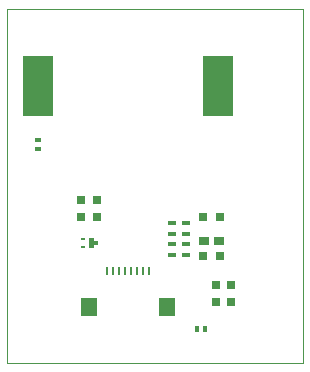
<source format=gtp>
G75*
%MOIN*%
%OFA0B0*%
%FSLAX25Y25*%
%IPPOS*%
%LPD*%
%AMOC8*
5,1,8,0,0,1.08239X$1,22.5*
%
%ADD10C,0.00000*%
%ADD11R,0.00984X0.02953*%
%ADD12R,0.05512X0.05906*%
%ADD13R,0.01575X0.00984*%
%ADD14C,0.00001*%
%ADD15R,0.10000X0.20000*%
%ADD16R,0.03150X0.02756*%
%ADD17R,0.02953X0.01772*%
%ADD18R,0.02756X0.03150*%
%ADD19R,0.03642X0.02756*%
%ADD20R,0.02362X0.01181*%
%ADD21R,0.01181X0.02362*%
D10*
X0038526Y0009674D02*
X0038526Y0127784D01*
X0136951Y0127784D01*
X0136951Y0009674D01*
X0038526Y0009674D01*
X0065770Y0048257D02*
X0067109Y0048257D01*
X0067109Y0049438D01*
X0068447Y0049438D01*
X0068447Y0050225D01*
X0067109Y0050225D01*
X0067109Y0051406D01*
X0065770Y0051406D01*
X0065770Y0048257D01*
D11*
X0071794Y0040383D03*
X0073762Y0040383D03*
X0075731Y0040383D03*
X0077699Y0040383D03*
X0079668Y0040383D03*
X0081636Y0040383D03*
X0083605Y0040383D03*
X0085573Y0040383D03*
D12*
X0091676Y0028375D03*
X0065691Y0028375D03*
D13*
X0063723Y0048552D03*
X0063723Y0051111D03*
D14*
X0065770Y0051118D02*
X0067109Y0051118D01*
X0067109Y0051119D02*
X0065770Y0051119D01*
X0065770Y0051120D02*
X0067109Y0051120D01*
X0067109Y0051121D02*
X0065770Y0051121D01*
X0065770Y0051122D02*
X0067109Y0051122D01*
X0067109Y0051123D02*
X0065770Y0051123D01*
X0065770Y0051124D02*
X0067109Y0051124D01*
X0067109Y0051125D02*
X0065770Y0051125D01*
X0065770Y0051126D02*
X0067109Y0051126D01*
X0067109Y0051127D02*
X0065770Y0051127D01*
X0065770Y0051128D02*
X0067109Y0051128D01*
X0067109Y0051129D02*
X0065770Y0051129D01*
X0065770Y0051130D02*
X0067109Y0051130D01*
X0067109Y0051131D02*
X0065770Y0051131D01*
X0065770Y0051132D02*
X0067109Y0051132D01*
X0067109Y0051133D02*
X0065770Y0051133D01*
X0065770Y0051134D02*
X0067109Y0051134D01*
X0067109Y0051135D02*
X0065770Y0051135D01*
X0065770Y0051136D02*
X0067109Y0051136D01*
X0067109Y0051137D02*
X0065770Y0051137D01*
X0065770Y0051138D02*
X0067109Y0051138D01*
X0067109Y0051139D02*
X0065770Y0051139D01*
X0065770Y0051140D02*
X0067109Y0051140D01*
X0067109Y0051141D02*
X0065770Y0051141D01*
X0065770Y0051142D02*
X0067109Y0051142D01*
X0067109Y0051143D02*
X0065770Y0051143D01*
X0065770Y0051144D02*
X0067109Y0051144D01*
X0065770Y0051144D01*
X0065770Y0051145D02*
X0067109Y0051145D01*
X0067109Y0051146D02*
X0065770Y0051146D01*
X0065770Y0051147D02*
X0067109Y0051147D01*
X0067109Y0051148D02*
X0065770Y0051148D01*
X0065770Y0051149D02*
X0067109Y0051149D01*
X0067109Y0051150D02*
X0065770Y0051150D01*
X0065770Y0051151D02*
X0067109Y0051151D01*
X0067109Y0051152D02*
X0065770Y0051152D01*
X0065770Y0051153D02*
X0067109Y0051153D01*
X0067109Y0051154D02*
X0065770Y0051154D01*
X0065770Y0051155D02*
X0067109Y0051155D01*
X0067109Y0051156D02*
X0065770Y0051156D01*
X0065770Y0051157D02*
X0067109Y0051157D01*
X0067109Y0051158D02*
X0065770Y0051158D01*
X0065770Y0051159D02*
X0067109Y0051159D01*
X0067109Y0051160D02*
X0065770Y0051160D01*
X0065770Y0051161D02*
X0067109Y0051161D01*
X0067109Y0051162D02*
X0065770Y0051162D01*
X0065770Y0051163D02*
X0067109Y0051163D01*
X0067109Y0051164D02*
X0065770Y0051164D01*
X0065770Y0051165D02*
X0067109Y0051165D01*
X0067109Y0051166D02*
X0065770Y0051166D01*
X0065770Y0051167D02*
X0067109Y0051167D01*
X0067109Y0051168D02*
X0065770Y0051168D01*
X0065770Y0051169D02*
X0067109Y0051169D01*
X0067109Y0051170D02*
X0065770Y0051170D01*
X0065770Y0051171D02*
X0067109Y0051171D01*
X0067109Y0051172D02*
X0065770Y0051172D01*
X0065770Y0051173D02*
X0067109Y0051173D01*
X0067109Y0051174D02*
X0065770Y0051174D01*
X0065770Y0051175D02*
X0067109Y0051175D01*
X0067109Y0051176D02*
X0065770Y0051176D01*
X0065770Y0051177D02*
X0067109Y0051177D01*
X0067109Y0051178D02*
X0065770Y0051178D01*
X0065770Y0051179D02*
X0067109Y0051179D01*
X0067109Y0051180D02*
X0065770Y0051180D01*
X0065770Y0051181D02*
X0067109Y0051181D01*
X0067109Y0051182D02*
X0065770Y0051182D01*
X0065770Y0051183D02*
X0067109Y0051183D01*
X0067109Y0051184D02*
X0065770Y0051184D01*
X0065770Y0051185D02*
X0067109Y0051185D01*
X0067109Y0051186D02*
X0065770Y0051186D01*
X0065770Y0051187D02*
X0067109Y0051187D01*
X0067109Y0051188D02*
X0065770Y0051188D01*
X0065770Y0051189D02*
X0067109Y0051189D01*
X0067109Y0051190D02*
X0065770Y0051190D01*
X0065770Y0051191D02*
X0067109Y0051191D01*
X0067109Y0051192D02*
X0065770Y0051192D01*
X0065770Y0051193D02*
X0067109Y0051193D01*
X0067109Y0051194D02*
X0065770Y0051194D01*
X0065770Y0051195D02*
X0067109Y0051195D01*
X0067109Y0051196D02*
X0065770Y0051196D01*
X0065770Y0051197D02*
X0067109Y0051197D01*
X0067109Y0051198D02*
X0065770Y0051198D01*
X0065770Y0051199D02*
X0067109Y0051199D01*
X0067109Y0051200D02*
X0065770Y0051200D01*
X0065770Y0051201D02*
X0067109Y0051201D01*
X0067109Y0051202D02*
X0065770Y0051202D01*
X0065770Y0051203D02*
X0067109Y0051203D01*
X0067109Y0051204D02*
X0065770Y0051204D01*
X0065770Y0051205D02*
X0067109Y0051205D01*
X0067109Y0051206D02*
X0065770Y0051206D01*
X0067109Y0051206D01*
X0067109Y0051207D02*
X0065770Y0051207D01*
X0065770Y0051208D02*
X0067109Y0051208D01*
X0067109Y0051209D02*
X0065770Y0051209D01*
X0065770Y0051210D02*
X0067109Y0051210D01*
X0067109Y0051211D02*
X0065770Y0051211D01*
X0065770Y0051212D02*
X0067109Y0051212D01*
X0067109Y0051213D02*
X0065770Y0051213D01*
X0065770Y0051214D02*
X0067109Y0051214D01*
X0067109Y0051215D02*
X0065770Y0051215D01*
X0065770Y0051216D02*
X0067109Y0051216D01*
X0067109Y0051217D02*
X0065770Y0051217D01*
X0065770Y0051218D02*
X0067109Y0051218D01*
X0067109Y0051219D02*
X0065770Y0051219D01*
X0065770Y0051220D02*
X0067109Y0051220D01*
X0067109Y0051221D02*
X0065770Y0051221D01*
X0065770Y0051222D02*
X0067109Y0051222D01*
X0067109Y0051223D02*
X0065770Y0051223D01*
X0065770Y0051224D02*
X0067109Y0051224D01*
X0067109Y0051225D02*
X0065770Y0051225D01*
X0065770Y0051226D02*
X0067109Y0051226D01*
X0067109Y0051227D02*
X0065770Y0051227D01*
X0065770Y0051228D02*
X0067109Y0051228D01*
X0067109Y0051229D02*
X0065770Y0051229D01*
X0065770Y0051230D02*
X0067109Y0051230D01*
X0067109Y0051231D02*
X0065770Y0051231D01*
X0065770Y0051232D02*
X0067109Y0051232D01*
X0067109Y0051233D02*
X0065770Y0051233D01*
X0065770Y0051234D02*
X0067109Y0051234D01*
X0067109Y0051235D02*
X0065770Y0051235D01*
X0065770Y0051236D02*
X0067109Y0051236D01*
X0067109Y0051237D02*
X0065770Y0051237D01*
X0065770Y0051238D02*
X0067109Y0051238D01*
X0067109Y0051239D02*
X0065770Y0051239D01*
X0065770Y0051240D02*
X0067109Y0051240D01*
X0067109Y0051241D02*
X0065770Y0051241D01*
X0065770Y0051242D02*
X0067109Y0051242D01*
X0067109Y0051243D02*
X0065770Y0051243D01*
X0065770Y0051244D02*
X0067109Y0051244D01*
X0067109Y0051245D02*
X0065770Y0051245D01*
X0065770Y0051246D02*
X0067109Y0051246D01*
X0067109Y0051247D02*
X0065770Y0051247D01*
X0065770Y0051248D02*
X0067109Y0051248D01*
X0067109Y0051249D02*
X0065770Y0051249D01*
X0065770Y0051250D02*
X0067109Y0051250D01*
X0067109Y0051251D02*
X0065770Y0051251D01*
X0065770Y0051252D02*
X0067109Y0051252D01*
X0067109Y0051253D02*
X0065770Y0051253D01*
X0065770Y0051254D02*
X0067109Y0051254D01*
X0067109Y0051255D02*
X0065770Y0051255D01*
X0065770Y0051256D02*
X0067109Y0051256D01*
X0067109Y0051257D02*
X0065770Y0051257D01*
X0065770Y0051258D02*
X0067109Y0051258D01*
X0067109Y0051259D02*
X0065770Y0051259D01*
X0065770Y0051260D02*
X0067109Y0051260D01*
X0067109Y0051261D02*
X0065770Y0051261D01*
X0065770Y0051262D02*
X0067109Y0051262D01*
X0067109Y0051263D02*
X0065770Y0051263D01*
X0065770Y0051264D02*
X0067109Y0051264D01*
X0067109Y0051265D02*
X0065770Y0051265D01*
X0065770Y0051266D02*
X0067109Y0051266D01*
X0067109Y0051267D02*
X0065770Y0051267D01*
X0065770Y0051268D02*
X0067109Y0051268D01*
X0067109Y0051269D02*
X0065770Y0051269D01*
X0067109Y0051269D01*
X0067109Y0051270D02*
X0065770Y0051270D01*
X0065770Y0051271D02*
X0067109Y0051271D01*
X0067109Y0051272D02*
X0065770Y0051272D01*
X0065770Y0051273D02*
X0067109Y0051273D01*
X0067109Y0051274D02*
X0065770Y0051274D01*
X0065770Y0051275D02*
X0067109Y0051275D01*
X0067109Y0051276D02*
X0065770Y0051276D01*
X0065770Y0051277D02*
X0067109Y0051277D01*
X0067109Y0051278D02*
X0065770Y0051278D01*
X0065770Y0051279D02*
X0067109Y0051279D01*
X0067109Y0051280D02*
X0065770Y0051280D01*
X0065770Y0051281D02*
X0067109Y0051281D01*
X0067109Y0051282D02*
X0065770Y0051282D01*
X0065770Y0051283D02*
X0067109Y0051283D01*
X0067109Y0051284D02*
X0065770Y0051284D01*
X0065770Y0051285D02*
X0067109Y0051285D01*
X0067109Y0051286D02*
X0065770Y0051286D01*
X0065770Y0051287D02*
X0067109Y0051287D01*
X0067109Y0051288D02*
X0065770Y0051288D01*
X0065770Y0051289D02*
X0067109Y0051289D01*
X0067109Y0051290D02*
X0065770Y0051290D01*
X0065770Y0051291D02*
X0067109Y0051291D01*
X0067109Y0051292D02*
X0065770Y0051292D01*
X0065770Y0051293D02*
X0067109Y0051293D01*
X0067109Y0051294D02*
X0065770Y0051294D01*
X0065770Y0051295D02*
X0067109Y0051295D01*
X0067109Y0051296D02*
X0065770Y0051296D01*
X0065770Y0051297D02*
X0067109Y0051297D01*
X0067109Y0051298D02*
X0065770Y0051298D01*
X0065770Y0051299D02*
X0067109Y0051299D01*
X0067109Y0051300D02*
X0065770Y0051300D01*
X0065770Y0051301D02*
X0067109Y0051301D01*
X0067109Y0051302D02*
X0065770Y0051302D01*
X0065770Y0051303D02*
X0067109Y0051303D01*
X0067109Y0051304D02*
X0065770Y0051304D01*
X0065770Y0051305D02*
X0067109Y0051305D01*
X0067109Y0051306D02*
X0065770Y0051306D01*
X0065770Y0051307D02*
X0067109Y0051307D01*
X0067109Y0051308D02*
X0065770Y0051308D01*
X0065770Y0051309D02*
X0067109Y0051309D01*
X0067109Y0051310D02*
X0065770Y0051310D01*
X0065770Y0051311D02*
X0067109Y0051311D01*
X0067109Y0051312D02*
X0065770Y0051312D01*
X0065770Y0051313D02*
X0067109Y0051313D01*
X0067109Y0051314D02*
X0065770Y0051314D01*
X0065770Y0051315D02*
X0067109Y0051315D01*
X0067109Y0051316D02*
X0065770Y0051316D01*
X0065770Y0051317D02*
X0067109Y0051317D01*
X0067109Y0051318D02*
X0065770Y0051318D01*
X0065770Y0051319D02*
X0067109Y0051319D01*
X0067109Y0051320D02*
X0065770Y0051320D01*
X0065770Y0051321D02*
X0067109Y0051321D01*
X0067109Y0051322D02*
X0065770Y0051322D01*
X0065770Y0051323D02*
X0067109Y0051323D01*
X0067109Y0051324D02*
X0065770Y0051324D01*
X0065770Y0051325D02*
X0067109Y0051325D01*
X0067109Y0051326D02*
X0065770Y0051326D01*
X0065770Y0051327D02*
X0067109Y0051327D01*
X0067109Y0051328D02*
X0065770Y0051328D01*
X0065770Y0051329D02*
X0067109Y0051329D01*
X0067109Y0051330D02*
X0065770Y0051330D01*
X0065770Y0051331D02*
X0067109Y0051331D01*
X0065770Y0051331D01*
X0065770Y0051332D02*
X0067109Y0051332D01*
X0067109Y0051333D02*
X0065770Y0051333D01*
X0065770Y0051334D02*
X0067109Y0051334D01*
X0067109Y0051335D02*
X0065770Y0051335D01*
X0065770Y0051336D02*
X0067109Y0051336D01*
X0067109Y0051337D02*
X0065770Y0051337D01*
X0065770Y0051338D02*
X0067109Y0051338D01*
X0067109Y0051339D02*
X0065770Y0051339D01*
X0065770Y0051340D02*
X0067109Y0051340D01*
X0067109Y0051341D02*
X0065770Y0051341D01*
X0065770Y0051342D02*
X0067109Y0051342D01*
X0067109Y0051343D02*
X0065770Y0051343D01*
X0065770Y0051344D02*
X0067109Y0051344D01*
X0067109Y0051345D02*
X0065770Y0051345D01*
X0065770Y0051346D02*
X0067109Y0051346D01*
X0067109Y0051347D02*
X0065770Y0051347D01*
X0065770Y0051348D02*
X0067109Y0051348D01*
X0067109Y0051349D02*
X0065770Y0051349D01*
X0065770Y0051350D02*
X0067109Y0051350D01*
X0067109Y0051351D02*
X0065770Y0051351D01*
X0065770Y0051352D02*
X0067109Y0051352D01*
X0067109Y0051353D02*
X0065770Y0051353D01*
X0065770Y0051354D02*
X0067109Y0051354D01*
X0067109Y0051355D02*
X0065770Y0051355D01*
X0065770Y0051356D02*
X0067109Y0051356D01*
X0067109Y0051357D02*
X0065770Y0051357D01*
X0065770Y0051358D02*
X0067109Y0051358D01*
X0067109Y0051359D02*
X0065770Y0051359D01*
X0065770Y0051360D02*
X0067109Y0051360D01*
X0067109Y0051361D02*
X0065770Y0051361D01*
X0065770Y0051362D02*
X0067109Y0051362D01*
X0067109Y0051363D02*
X0065770Y0051363D01*
X0065770Y0051364D02*
X0067109Y0051364D01*
X0067109Y0051365D02*
X0065770Y0051365D01*
X0065770Y0051366D02*
X0067109Y0051366D01*
X0067109Y0051367D02*
X0065770Y0051367D01*
X0065770Y0051368D02*
X0067109Y0051368D01*
X0067109Y0051369D02*
X0065770Y0051369D01*
X0065770Y0051370D02*
X0067109Y0051370D01*
X0067109Y0051371D02*
X0065770Y0051371D01*
X0065770Y0051372D02*
X0067109Y0051372D01*
X0067109Y0051373D02*
X0065770Y0051373D01*
X0065770Y0051374D02*
X0067109Y0051374D01*
X0067109Y0051375D02*
X0065770Y0051375D01*
X0065770Y0051376D02*
X0067109Y0051376D01*
X0067109Y0051377D02*
X0065770Y0051377D01*
X0065770Y0051378D02*
X0067109Y0051378D01*
X0067109Y0051379D02*
X0065770Y0051379D01*
X0065770Y0051380D02*
X0067109Y0051380D01*
X0067109Y0051381D02*
X0065770Y0051381D01*
X0065770Y0051382D02*
X0067109Y0051382D01*
X0067109Y0051383D02*
X0065770Y0051383D01*
X0065770Y0051384D02*
X0067109Y0051384D01*
X0067109Y0051385D02*
X0065770Y0051385D01*
X0065770Y0051386D02*
X0067109Y0051386D01*
X0067109Y0051387D02*
X0065770Y0051387D01*
X0065770Y0051388D02*
X0067109Y0051388D01*
X0067109Y0051389D02*
X0065770Y0051389D01*
X0065770Y0051390D02*
X0067109Y0051390D01*
X0067109Y0051391D02*
X0065770Y0051391D01*
X0065770Y0051392D02*
X0067109Y0051392D01*
X0067109Y0051393D02*
X0065770Y0051393D01*
X0065770Y0051394D02*
X0067109Y0051394D01*
X0065770Y0051394D01*
X0065770Y0051395D02*
X0067109Y0051395D01*
X0067109Y0051396D02*
X0065770Y0051396D01*
X0065770Y0051397D02*
X0067109Y0051397D01*
X0067109Y0051398D02*
X0065770Y0051398D01*
X0065770Y0051399D02*
X0067109Y0051399D01*
X0067109Y0051400D02*
X0065770Y0051400D01*
X0065770Y0051401D02*
X0067109Y0051401D01*
X0067109Y0051402D02*
X0065770Y0051402D01*
X0065770Y0051403D02*
X0067109Y0051403D01*
X0067109Y0051404D02*
X0065770Y0051404D01*
X0065770Y0051405D02*
X0067109Y0051405D01*
X0067109Y0051117D02*
X0065770Y0051117D01*
X0065770Y0051116D02*
X0067109Y0051116D01*
X0067109Y0051115D02*
X0065770Y0051115D01*
X0065770Y0051114D02*
X0067109Y0051114D01*
X0067109Y0051113D02*
X0065770Y0051113D01*
X0065770Y0051112D02*
X0067109Y0051112D01*
X0067109Y0051111D02*
X0065770Y0051111D01*
X0065770Y0051110D02*
X0067109Y0051110D01*
X0067109Y0051109D02*
X0065770Y0051109D01*
X0065770Y0051108D02*
X0067109Y0051108D01*
X0067109Y0051107D02*
X0065770Y0051107D01*
X0065770Y0051106D02*
X0067109Y0051106D01*
X0067109Y0051105D02*
X0065770Y0051105D01*
X0065770Y0051104D02*
X0067109Y0051104D01*
X0067109Y0051103D02*
X0065770Y0051103D01*
X0065770Y0051102D02*
X0067109Y0051102D01*
X0067109Y0051101D02*
X0065770Y0051101D01*
X0065770Y0051100D02*
X0067109Y0051100D01*
X0067109Y0051099D02*
X0065770Y0051099D01*
X0065770Y0051098D02*
X0067109Y0051098D01*
X0067109Y0051097D02*
X0065770Y0051097D01*
X0065770Y0051096D02*
X0067109Y0051096D01*
X0067109Y0051095D02*
X0065770Y0051095D01*
X0065770Y0051094D02*
X0067109Y0051094D01*
X0067109Y0051093D02*
X0065770Y0051093D01*
X0065770Y0051092D02*
X0067109Y0051092D01*
X0067109Y0051091D02*
X0065770Y0051091D01*
X0065770Y0051090D02*
X0067109Y0051090D01*
X0067109Y0051089D02*
X0065770Y0051089D01*
X0065770Y0051088D02*
X0067109Y0051088D01*
X0067109Y0051087D02*
X0065770Y0051087D01*
X0065770Y0051086D02*
X0067109Y0051086D01*
X0067109Y0051085D02*
X0065770Y0051085D01*
X0065770Y0051084D02*
X0067109Y0051084D01*
X0067109Y0051083D02*
X0065770Y0051083D01*
X0065770Y0051082D02*
X0067109Y0051082D01*
X0067109Y0051081D02*
X0065770Y0051081D01*
X0067109Y0051081D01*
X0067109Y0051080D02*
X0065770Y0051080D01*
X0065770Y0051079D02*
X0067109Y0051079D01*
X0067109Y0051078D02*
X0065770Y0051078D01*
X0065770Y0051077D02*
X0067109Y0051077D01*
X0067109Y0051076D02*
X0065770Y0051076D01*
X0065770Y0051075D02*
X0067109Y0051075D01*
X0067109Y0051074D02*
X0065770Y0051074D01*
X0065770Y0051073D02*
X0067109Y0051073D01*
X0067109Y0051072D02*
X0065770Y0051072D01*
X0065770Y0051071D02*
X0067109Y0051071D01*
X0067109Y0051070D02*
X0065770Y0051070D01*
X0065770Y0051069D02*
X0067109Y0051069D01*
X0067109Y0051068D02*
X0065770Y0051068D01*
X0065770Y0051067D02*
X0067109Y0051067D01*
X0067109Y0051066D02*
X0065770Y0051066D01*
X0065770Y0051065D02*
X0067109Y0051065D01*
X0067109Y0051064D02*
X0065770Y0051064D01*
X0065770Y0051063D02*
X0067109Y0051063D01*
X0067109Y0051062D02*
X0065770Y0051062D01*
X0065770Y0051061D02*
X0067109Y0051061D01*
X0067109Y0051060D02*
X0065770Y0051060D01*
X0065770Y0051059D02*
X0067109Y0051059D01*
X0067109Y0051058D02*
X0065770Y0051058D01*
X0065770Y0051057D02*
X0067109Y0051057D01*
X0067109Y0051056D02*
X0065770Y0051056D01*
X0065770Y0051055D02*
X0067109Y0051055D01*
X0067109Y0051054D02*
X0065770Y0051054D01*
X0065770Y0051053D02*
X0067109Y0051053D01*
X0067109Y0051052D02*
X0065770Y0051052D01*
X0065770Y0051051D02*
X0067109Y0051051D01*
X0067109Y0051050D02*
X0065770Y0051050D01*
X0065770Y0051049D02*
X0067109Y0051049D01*
X0067109Y0051048D02*
X0065770Y0051048D01*
X0065770Y0051047D02*
X0067109Y0051047D01*
X0067109Y0051046D02*
X0065770Y0051046D01*
X0065770Y0051045D02*
X0067109Y0051045D01*
X0067109Y0051044D02*
X0065770Y0051044D01*
X0065770Y0051043D02*
X0067109Y0051043D01*
X0067109Y0051042D02*
X0065770Y0051042D01*
X0065770Y0051041D02*
X0067109Y0051041D01*
X0067109Y0051040D02*
X0065770Y0051040D01*
X0065770Y0051039D02*
X0067109Y0051039D01*
X0067109Y0051038D02*
X0065770Y0051038D01*
X0065770Y0051037D02*
X0067109Y0051037D01*
X0067109Y0051036D02*
X0065770Y0051036D01*
X0065770Y0051035D02*
X0067109Y0051035D01*
X0067109Y0051034D02*
X0065770Y0051034D01*
X0065770Y0051033D02*
X0067109Y0051033D01*
X0067109Y0051032D02*
X0065770Y0051032D01*
X0065770Y0051031D02*
X0067109Y0051031D01*
X0067109Y0051030D02*
X0065770Y0051030D01*
X0065770Y0051029D02*
X0067109Y0051029D01*
X0067109Y0051028D02*
X0065770Y0051028D01*
X0065770Y0051027D02*
X0067109Y0051027D01*
X0067109Y0051026D02*
X0065770Y0051026D01*
X0065770Y0051025D02*
X0067109Y0051025D01*
X0067109Y0051024D02*
X0065770Y0051024D01*
X0065770Y0051023D02*
X0067109Y0051023D01*
X0067109Y0051022D02*
X0065770Y0051022D01*
X0065770Y0051021D02*
X0067109Y0051021D01*
X0067109Y0051020D02*
X0065770Y0051020D01*
X0065770Y0051019D02*
X0067109Y0051019D01*
X0065770Y0051019D01*
X0065770Y0051018D02*
X0067109Y0051018D01*
X0067109Y0051017D02*
X0065770Y0051017D01*
X0065770Y0051016D02*
X0067109Y0051016D01*
X0067109Y0051015D02*
X0065770Y0051015D01*
X0065770Y0051014D02*
X0067109Y0051014D01*
X0067109Y0051013D02*
X0065770Y0051013D01*
X0065770Y0051012D02*
X0067109Y0051012D01*
X0067109Y0051011D02*
X0065770Y0051011D01*
X0065770Y0051010D02*
X0067109Y0051010D01*
X0067109Y0051009D02*
X0065770Y0051009D01*
X0065770Y0051008D02*
X0067109Y0051008D01*
X0067109Y0051007D02*
X0065770Y0051007D01*
X0065770Y0051006D02*
X0067109Y0051006D01*
X0067109Y0051005D02*
X0065770Y0051005D01*
X0065770Y0051004D02*
X0067109Y0051004D01*
X0067109Y0051003D02*
X0065770Y0051003D01*
X0065770Y0051002D02*
X0067109Y0051002D01*
X0067109Y0051001D02*
X0065770Y0051001D01*
X0065770Y0051000D02*
X0067109Y0051000D01*
X0067109Y0050999D02*
X0065770Y0050999D01*
X0065770Y0050998D02*
X0067109Y0050998D01*
X0067109Y0050997D02*
X0065770Y0050997D01*
X0065770Y0050996D02*
X0067109Y0050996D01*
X0067109Y0050995D02*
X0065770Y0050995D01*
X0065770Y0050994D02*
X0067109Y0050994D01*
X0067109Y0050993D02*
X0065770Y0050993D01*
X0065770Y0050992D02*
X0067109Y0050992D01*
X0067109Y0050991D02*
X0065770Y0050991D01*
X0065770Y0050990D02*
X0067109Y0050990D01*
X0067109Y0050989D02*
X0065770Y0050989D01*
X0065770Y0050988D02*
X0067109Y0050988D01*
X0067109Y0050987D02*
X0065770Y0050987D01*
X0065770Y0050986D02*
X0067109Y0050986D01*
X0067109Y0050985D02*
X0065770Y0050985D01*
X0065770Y0050984D02*
X0067109Y0050984D01*
X0067109Y0050983D02*
X0065770Y0050983D01*
X0065770Y0050982D02*
X0067109Y0050982D01*
X0067109Y0050981D02*
X0065770Y0050981D01*
X0065770Y0050980D02*
X0067109Y0050980D01*
X0067109Y0050979D02*
X0065770Y0050979D01*
X0065770Y0050978D02*
X0067109Y0050978D01*
X0067109Y0050977D02*
X0065770Y0050977D01*
X0065770Y0050976D02*
X0067109Y0050976D01*
X0067109Y0050975D02*
X0065770Y0050975D01*
X0065770Y0050974D02*
X0067109Y0050974D01*
X0067109Y0050973D02*
X0065770Y0050973D01*
X0065770Y0050972D02*
X0067109Y0050972D01*
X0067109Y0050971D02*
X0065770Y0050971D01*
X0065770Y0050970D02*
X0067109Y0050970D01*
X0067109Y0050969D02*
X0065770Y0050969D01*
X0065770Y0050968D02*
X0067109Y0050968D01*
X0067109Y0050967D02*
X0065770Y0050967D01*
X0065770Y0050966D02*
X0067109Y0050966D01*
X0067109Y0050965D02*
X0065770Y0050965D01*
X0065770Y0050964D02*
X0067109Y0050964D01*
X0067109Y0050963D02*
X0065770Y0050963D01*
X0065770Y0050962D02*
X0067109Y0050962D01*
X0067109Y0050961D02*
X0065770Y0050961D01*
X0065770Y0050960D02*
X0067109Y0050960D01*
X0067109Y0050959D02*
X0065770Y0050959D01*
X0065770Y0050958D02*
X0067109Y0050958D01*
X0067109Y0050957D02*
X0065770Y0050957D01*
X0065770Y0050956D02*
X0067109Y0050956D01*
X0065770Y0050956D01*
X0065770Y0050955D02*
X0067109Y0050955D01*
X0067109Y0050954D02*
X0065770Y0050954D01*
X0065770Y0050953D02*
X0067109Y0050953D01*
X0067109Y0050952D02*
X0065770Y0050952D01*
X0065770Y0050951D02*
X0067109Y0050951D01*
X0067109Y0050950D02*
X0065770Y0050950D01*
X0065770Y0050949D02*
X0067109Y0050949D01*
X0067109Y0050948D02*
X0065770Y0050948D01*
X0065770Y0050947D02*
X0067109Y0050947D01*
X0067109Y0050946D02*
X0065770Y0050946D01*
X0065770Y0050945D02*
X0067109Y0050945D01*
X0067109Y0050944D02*
X0065770Y0050944D01*
X0065770Y0050943D02*
X0067109Y0050943D01*
X0067109Y0050942D02*
X0065770Y0050942D01*
X0065770Y0050941D02*
X0067109Y0050941D01*
X0067109Y0050940D02*
X0065770Y0050940D01*
X0065770Y0050939D02*
X0067109Y0050939D01*
X0067109Y0050938D02*
X0065770Y0050938D01*
X0065770Y0050937D02*
X0067109Y0050937D01*
X0067109Y0050936D02*
X0065770Y0050936D01*
X0065770Y0050935D02*
X0067109Y0050935D01*
X0067109Y0050934D02*
X0065770Y0050934D01*
X0065770Y0050933D02*
X0067109Y0050933D01*
X0067109Y0050932D02*
X0065770Y0050932D01*
X0065770Y0050931D02*
X0067109Y0050931D01*
X0067109Y0050930D02*
X0065770Y0050930D01*
X0065770Y0050929D02*
X0067109Y0050929D01*
X0067109Y0050928D02*
X0065770Y0050928D01*
X0065770Y0050927D02*
X0067109Y0050927D01*
X0067109Y0050926D02*
X0065770Y0050926D01*
X0065770Y0050925D02*
X0067109Y0050925D01*
X0067109Y0050924D02*
X0065770Y0050924D01*
X0065770Y0050923D02*
X0067109Y0050923D01*
X0067109Y0050922D02*
X0065770Y0050922D01*
X0065770Y0050921D02*
X0067109Y0050921D01*
X0067109Y0050920D02*
X0065770Y0050920D01*
X0065770Y0050919D02*
X0067109Y0050919D01*
X0067109Y0050918D02*
X0065770Y0050918D01*
X0065770Y0050917D02*
X0067109Y0050917D01*
X0067109Y0050916D02*
X0065770Y0050916D01*
X0065770Y0050915D02*
X0067109Y0050915D01*
X0067109Y0050914D02*
X0065770Y0050914D01*
X0065770Y0050913D02*
X0067109Y0050913D01*
X0067109Y0050912D02*
X0065770Y0050912D01*
X0065770Y0050911D02*
X0067109Y0050911D01*
X0067109Y0050910D02*
X0065770Y0050910D01*
X0065770Y0050909D02*
X0067109Y0050909D01*
X0067109Y0050908D02*
X0065770Y0050908D01*
X0065770Y0050907D02*
X0067109Y0050907D01*
X0067109Y0050906D02*
X0065770Y0050906D01*
X0065770Y0050905D02*
X0067109Y0050905D01*
X0067109Y0050904D02*
X0065770Y0050904D01*
X0065770Y0050903D02*
X0067109Y0050903D01*
X0067109Y0050902D02*
X0065770Y0050902D01*
X0065770Y0050901D02*
X0067109Y0050901D01*
X0067109Y0050900D02*
X0065770Y0050900D01*
X0065770Y0050899D02*
X0067109Y0050899D01*
X0067109Y0050898D02*
X0065770Y0050898D01*
X0065770Y0050897D02*
X0067109Y0050897D01*
X0067109Y0050896D02*
X0065770Y0050896D01*
X0065770Y0050895D02*
X0067109Y0050895D01*
X0067109Y0050894D02*
X0065770Y0050894D01*
X0067109Y0050894D01*
X0067109Y0050893D02*
X0065770Y0050893D01*
X0065770Y0050892D02*
X0067109Y0050892D01*
X0067109Y0050891D02*
X0065770Y0050891D01*
X0065770Y0050890D02*
X0067109Y0050890D01*
X0067109Y0050889D02*
X0065770Y0050889D01*
X0065770Y0050888D02*
X0067109Y0050888D01*
X0067109Y0050887D02*
X0065770Y0050887D01*
X0065770Y0050886D02*
X0067109Y0050886D01*
X0067109Y0050885D02*
X0065770Y0050885D01*
X0065770Y0050884D02*
X0067109Y0050884D01*
X0067109Y0050883D02*
X0065770Y0050883D01*
X0065770Y0050882D02*
X0067109Y0050882D01*
X0067109Y0050881D02*
X0065770Y0050881D01*
X0065770Y0050880D02*
X0067109Y0050880D01*
X0067109Y0050879D02*
X0065770Y0050879D01*
X0065770Y0050878D02*
X0067109Y0050878D01*
X0067109Y0050877D02*
X0065770Y0050877D01*
X0065770Y0050876D02*
X0067109Y0050876D01*
X0067109Y0050875D02*
X0065770Y0050875D01*
X0065770Y0050874D02*
X0067109Y0050874D01*
X0067109Y0050873D02*
X0065770Y0050873D01*
X0065770Y0050872D02*
X0067109Y0050872D01*
X0067109Y0050871D02*
X0065770Y0050871D01*
X0065770Y0050870D02*
X0067109Y0050870D01*
X0067109Y0050869D02*
X0065770Y0050869D01*
X0065770Y0050868D02*
X0067109Y0050868D01*
X0067109Y0050867D02*
X0065770Y0050867D01*
X0065770Y0050866D02*
X0067109Y0050866D01*
X0067109Y0050865D02*
X0065770Y0050865D01*
X0065770Y0050864D02*
X0067109Y0050864D01*
X0067109Y0050863D02*
X0065770Y0050863D01*
X0065770Y0050862D02*
X0067109Y0050862D01*
X0067109Y0050861D02*
X0065770Y0050861D01*
X0065770Y0050860D02*
X0067109Y0050860D01*
X0067109Y0050859D02*
X0065770Y0050859D01*
X0065770Y0050858D02*
X0067109Y0050858D01*
X0067109Y0050857D02*
X0065770Y0050857D01*
X0065770Y0050856D02*
X0067109Y0050856D01*
X0067109Y0050855D02*
X0065770Y0050855D01*
X0065770Y0050854D02*
X0067109Y0050854D01*
X0067109Y0050853D02*
X0065770Y0050853D01*
X0065770Y0050852D02*
X0067109Y0050852D01*
X0067109Y0050851D02*
X0065770Y0050851D01*
X0065770Y0050850D02*
X0067109Y0050850D01*
X0067109Y0050849D02*
X0065770Y0050849D01*
X0065770Y0050848D02*
X0067109Y0050848D01*
X0067109Y0050847D02*
X0065770Y0050847D01*
X0065770Y0050846D02*
X0067109Y0050846D01*
X0067109Y0050845D02*
X0065770Y0050845D01*
X0065770Y0050844D02*
X0067109Y0050844D01*
X0067109Y0050843D02*
X0065770Y0050843D01*
X0065770Y0050842D02*
X0067109Y0050842D01*
X0067109Y0050841D02*
X0065770Y0050841D01*
X0065770Y0050840D02*
X0067109Y0050840D01*
X0067109Y0050839D02*
X0065770Y0050839D01*
X0065770Y0050838D02*
X0067109Y0050838D01*
X0067109Y0050837D02*
X0065770Y0050837D01*
X0065770Y0050836D02*
X0067109Y0050836D01*
X0067109Y0050835D02*
X0065770Y0050835D01*
X0065770Y0050834D02*
X0067109Y0050834D01*
X0067109Y0050833D02*
X0065770Y0050833D01*
X0065770Y0050832D02*
X0067109Y0050832D01*
X0067109Y0050831D02*
X0065770Y0050831D01*
X0067109Y0050831D01*
X0067109Y0050830D02*
X0065770Y0050830D01*
X0065770Y0050829D02*
X0067109Y0050829D01*
X0067109Y0050828D02*
X0065770Y0050828D01*
X0065770Y0050827D02*
X0067109Y0050827D01*
X0067109Y0050826D02*
X0065770Y0050826D01*
X0065770Y0050825D02*
X0067109Y0050825D01*
X0067109Y0050824D02*
X0065770Y0050824D01*
X0065770Y0050823D02*
X0067109Y0050823D01*
X0067109Y0050822D02*
X0065770Y0050822D01*
X0065770Y0050821D02*
X0067109Y0050821D01*
X0067109Y0050820D02*
X0065770Y0050820D01*
X0065770Y0050819D02*
X0067109Y0050819D01*
X0067109Y0050818D02*
X0065770Y0050818D01*
X0065770Y0050817D02*
X0067109Y0050817D01*
X0067109Y0050816D02*
X0065770Y0050816D01*
X0065770Y0050815D02*
X0067109Y0050815D01*
X0067109Y0050814D02*
X0065770Y0050814D01*
X0065770Y0050813D02*
X0067109Y0050813D01*
X0067109Y0050812D02*
X0065770Y0050812D01*
X0065770Y0050811D02*
X0067109Y0050811D01*
X0067109Y0050810D02*
X0065770Y0050810D01*
X0065770Y0050809D02*
X0067109Y0050809D01*
X0067109Y0050808D02*
X0065770Y0050808D01*
X0065770Y0050807D02*
X0067109Y0050807D01*
X0067109Y0050806D02*
X0065770Y0050806D01*
X0065770Y0050805D02*
X0067109Y0050805D01*
X0067109Y0050804D02*
X0065770Y0050804D01*
X0065770Y0050803D02*
X0067109Y0050803D01*
X0067109Y0050802D02*
X0065770Y0050802D01*
X0065770Y0050801D02*
X0067109Y0050801D01*
X0067109Y0050800D02*
X0065770Y0050800D01*
X0065770Y0050799D02*
X0067109Y0050799D01*
X0067109Y0050798D02*
X0065770Y0050798D01*
X0065770Y0050797D02*
X0067109Y0050797D01*
X0067109Y0050796D02*
X0065770Y0050796D01*
X0065770Y0050795D02*
X0067109Y0050795D01*
X0067109Y0050794D02*
X0065770Y0050794D01*
X0065770Y0050793D02*
X0067109Y0050793D01*
X0067109Y0050792D02*
X0065770Y0050792D01*
X0065770Y0050791D02*
X0067109Y0050791D01*
X0067109Y0050790D02*
X0065770Y0050790D01*
X0065770Y0050789D02*
X0067109Y0050789D01*
X0067109Y0050788D02*
X0065770Y0050788D01*
X0065770Y0050787D02*
X0067109Y0050787D01*
X0067109Y0050786D02*
X0065770Y0050786D01*
X0065770Y0050785D02*
X0067109Y0050785D01*
X0067109Y0050784D02*
X0065770Y0050784D01*
X0065770Y0050783D02*
X0067109Y0050783D01*
X0067109Y0050782D02*
X0065770Y0050782D01*
X0065770Y0050781D02*
X0067109Y0050781D01*
X0067109Y0050780D02*
X0065770Y0050780D01*
X0065770Y0050779D02*
X0067109Y0050779D01*
X0067109Y0050778D02*
X0065770Y0050778D01*
X0065770Y0050777D02*
X0067109Y0050777D01*
X0067109Y0050776D02*
X0065770Y0050776D01*
X0065770Y0050775D02*
X0067109Y0050775D01*
X0067109Y0050774D02*
X0065770Y0050774D01*
X0065770Y0050773D02*
X0067109Y0050773D01*
X0067109Y0050772D02*
X0065770Y0050772D01*
X0065770Y0050771D02*
X0067109Y0050771D01*
X0067109Y0050770D02*
X0065770Y0050770D01*
X0065770Y0050769D02*
X0067109Y0050769D01*
X0065770Y0050769D01*
X0065770Y0050768D02*
X0067109Y0050768D01*
X0067109Y0050767D02*
X0065770Y0050767D01*
X0065770Y0050766D02*
X0067109Y0050766D01*
X0067109Y0050765D02*
X0065770Y0050765D01*
X0065770Y0050764D02*
X0067109Y0050764D01*
X0067109Y0050763D02*
X0065770Y0050763D01*
X0065770Y0050762D02*
X0067109Y0050762D01*
X0067109Y0050761D02*
X0065770Y0050761D01*
X0065770Y0050760D02*
X0067109Y0050760D01*
X0067109Y0050759D02*
X0065770Y0050759D01*
X0065770Y0050758D02*
X0067109Y0050758D01*
X0067109Y0050757D02*
X0065770Y0050757D01*
X0065770Y0050756D02*
X0067109Y0050756D01*
X0067109Y0050755D02*
X0065770Y0050755D01*
X0065770Y0050754D02*
X0067109Y0050754D01*
X0067109Y0050753D02*
X0065770Y0050753D01*
X0065770Y0050752D02*
X0067109Y0050752D01*
X0067109Y0050751D02*
X0065770Y0050751D01*
X0065770Y0050750D02*
X0067109Y0050750D01*
X0067109Y0050749D02*
X0065770Y0050749D01*
X0065770Y0050748D02*
X0067109Y0050748D01*
X0067109Y0050747D02*
X0065770Y0050747D01*
X0065770Y0050746D02*
X0067109Y0050746D01*
X0067109Y0050745D02*
X0065770Y0050745D01*
X0065770Y0050744D02*
X0067109Y0050744D01*
X0067109Y0050743D02*
X0065770Y0050743D01*
X0065770Y0050742D02*
X0067109Y0050742D01*
X0067109Y0050741D02*
X0065770Y0050741D01*
X0065770Y0050740D02*
X0067109Y0050740D01*
X0067109Y0050739D02*
X0065770Y0050739D01*
X0065770Y0050738D02*
X0067109Y0050738D01*
X0067109Y0050737D02*
X0065770Y0050737D01*
X0065770Y0050736D02*
X0067109Y0050736D01*
X0067109Y0050735D02*
X0065770Y0050735D01*
X0065770Y0050734D02*
X0067109Y0050734D01*
X0067109Y0050733D02*
X0065770Y0050733D01*
X0065770Y0050732D02*
X0067109Y0050732D01*
X0067109Y0050731D02*
X0065770Y0050731D01*
X0065770Y0050730D02*
X0067109Y0050730D01*
X0067109Y0050729D02*
X0065770Y0050729D01*
X0065770Y0050728D02*
X0067109Y0050728D01*
X0067109Y0050727D02*
X0065770Y0050727D01*
X0065770Y0050726D02*
X0067109Y0050726D01*
X0067109Y0050725D02*
X0065770Y0050725D01*
X0065770Y0050724D02*
X0067109Y0050724D01*
X0067109Y0050723D02*
X0065770Y0050723D01*
X0065770Y0050722D02*
X0067109Y0050722D01*
X0067109Y0050721D02*
X0065770Y0050721D01*
X0065770Y0050720D02*
X0067109Y0050720D01*
X0067109Y0050719D02*
X0065770Y0050719D01*
X0065770Y0050718D02*
X0067109Y0050718D01*
X0067109Y0050717D02*
X0065770Y0050717D01*
X0065770Y0050716D02*
X0067109Y0050716D01*
X0067109Y0050715D02*
X0065770Y0050715D01*
X0065770Y0050714D02*
X0067109Y0050714D01*
X0067109Y0050713D02*
X0065770Y0050713D01*
X0065770Y0050712D02*
X0067109Y0050712D01*
X0067109Y0050711D02*
X0065770Y0050711D01*
X0065770Y0050710D02*
X0067109Y0050710D01*
X0067109Y0050709D02*
X0065770Y0050709D01*
X0065770Y0050708D02*
X0067109Y0050708D01*
X0067109Y0050707D02*
X0065770Y0050707D01*
X0065770Y0050706D02*
X0067109Y0050706D01*
X0065770Y0050706D01*
X0065770Y0050705D02*
X0067109Y0050705D01*
X0067109Y0050704D02*
X0065770Y0050704D01*
X0065770Y0050703D02*
X0067109Y0050703D01*
X0067109Y0050702D02*
X0065770Y0050702D01*
X0065770Y0050701D02*
X0067109Y0050701D01*
X0067109Y0050700D02*
X0065770Y0050700D01*
X0065770Y0050699D02*
X0067109Y0050699D01*
X0067109Y0050698D02*
X0065770Y0050698D01*
X0065770Y0050697D02*
X0067109Y0050697D01*
X0067109Y0050696D02*
X0065770Y0050696D01*
X0065770Y0050695D02*
X0067109Y0050695D01*
X0067109Y0050694D02*
X0065770Y0050694D01*
X0065770Y0050693D02*
X0067109Y0050693D01*
X0067109Y0050692D02*
X0065770Y0050692D01*
X0065770Y0050691D02*
X0067109Y0050691D01*
X0067109Y0050690D02*
X0065770Y0050690D01*
X0065770Y0050689D02*
X0067109Y0050689D01*
X0067109Y0050688D02*
X0065770Y0050688D01*
X0065770Y0050687D02*
X0067109Y0050687D01*
X0067109Y0050686D02*
X0065770Y0050686D01*
X0065770Y0050685D02*
X0067109Y0050685D01*
X0067109Y0050684D02*
X0065770Y0050684D01*
X0065770Y0050683D02*
X0067109Y0050683D01*
X0067109Y0050682D02*
X0065770Y0050682D01*
X0065770Y0050681D02*
X0067109Y0050681D01*
X0067109Y0050680D02*
X0065770Y0050680D01*
X0065770Y0050679D02*
X0067109Y0050679D01*
X0067109Y0050678D02*
X0065770Y0050678D01*
X0065770Y0050677D02*
X0067109Y0050677D01*
X0067109Y0050676D02*
X0065770Y0050676D01*
X0065770Y0050675D02*
X0067109Y0050675D01*
X0067109Y0050674D02*
X0065770Y0050674D01*
X0065770Y0050673D02*
X0067109Y0050673D01*
X0067109Y0050672D02*
X0065770Y0050672D01*
X0065770Y0050671D02*
X0067109Y0050671D01*
X0067109Y0050670D02*
X0065770Y0050670D01*
X0065770Y0050669D02*
X0067109Y0050669D01*
X0067109Y0050668D02*
X0065770Y0050668D01*
X0065770Y0050667D02*
X0067109Y0050667D01*
X0067109Y0050666D02*
X0065770Y0050666D01*
X0065770Y0050665D02*
X0067109Y0050665D01*
X0067109Y0050664D02*
X0065770Y0050664D01*
X0065770Y0050663D02*
X0067109Y0050663D01*
X0067109Y0050662D02*
X0065770Y0050662D01*
X0065770Y0050661D02*
X0067109Y0050661D01*
X0067109Y0050660D02*
X0065770Y0050660D01*
X0065770Y0050659D02*
X0067109Y0050659D01*
X0067109Y0050658D02*
X0065770Y0050658D01*
X0065770Y0050657D02*
X0067109Y0050657D01*
X0067109Y0050656D02*
X0065770Y0050656D01*
X0065770Y0050655D02*
X0067109Y0050655D01*
X0067109Y0050654D02*
X0065770Y0050654D01*
X0065770Y0050653D02*
X0067109Y0050653D01*
X0067109Y0050652D02*
X0065770Y0050652D01*
X0065770Y0050651D02*
X0067109Y0050651D01*
X0067109Y0050650D02*
X0065770Y0050650D01*
X0065770Y0050649D02*
X0067109Y0050649D01*
X0067109Y0050648D02*
X0065770Y0050648D01*
X0065770Y0050647D02*
X0067109Y0050647D01*
X0067109Y0050646D02*
X0065770Y0050646D01*
X0065770Y0050645D02*
X0067109Y0050645D01*
X0067109Y0050644D02*
X0065770Y0050644D01*
X0067109Y0050644D01*
X0067109Y0050643D02*
X0065770Y0050643D01*
X0065770Y0050642D02*
X0067109Y0050642D01*
X0067109Y0050641D02*
X0065770Y0050641D01*
X0065770Y0050640D02*
X0067109Y0050640D01*
X0067109Y0050639D02*
X0065770Y0050639D01*
X0065770Y0050638D02*
X0067109Y0050638D01*
X0067109Y0050637D02*
X0065770Y0050637D01*
X0065770Y0050636D02*
X0067109Y0050636D01*
X0067109Y0050635D02*
X0065770Y0050635D01*
X0065770Y0050634D02*
X0067109Y0050634D01*
X0067109Y0050633D02*
X0065770Y0050633D01*
X0065770Y0050632D02*
X0067109Y0050632D01*
X0067109Y0050631D02*
X0065770Y0050631D01*
X0065770Y0050630D02*
X0067109Y0050630D01*
X0067109Y0050629D02*
X0065770Y0050629D01*
X0065770Y0050628D02*
X0067109Y0050628D01*
X0067109Y0050627D02*
X0065770Y0050627D01*
X0065770Y0050626D02*
X0067109Y0050626D01*
X0067109Y0050625D02*
X0065770Y0050625D01*
X0065770Y0050624D02*
X0067109Y0050624D01*
X0067109Y0050623D02*
X0065770Y0050623D01*
X0065770Y0050622D02*
X0067109Y0050622D01*
X0067109Y0050621D02*
X0065770Y0050621D01*
X0065770Y0050620D02*
X0067109Y0050620D01*
X0067109Y0050619D02*
X0065770Y0050619D01*
X0065770Y0050618D02*
X0067109Y0050618D01*
X0067109Y0050617D02*
X0065770Y0050617D01*
X0065770Y0050616D02*
X0067109Y0050616D01*
X0067109Y0050615D02*
X0065770Y0050615D01*
X0065770Y0050614D02*
X0067109Y0050614D01*
X0067109Y0050613D02*
X0065770Y0050613D01*
X0065770Y0050612D02*
X0067109Y0050612D01*
X0067109Y0050611D02*
X0065770Y0050611D01*
X0065770Y0050610D02*
X0067109Y0050610D01*
X0067109Y0050609D02*
X0065770Y0050609D01*
X0065770Y0050608D02*
X0067109Y0050608D01*
X0067109Y0050607D02*
X0065770Y0050607D01*
X0065770Y0050606D02*
X0067109Y0050606D01*
X0067109Y0050605D02*
X0065770Y0050605D01*
X0065770Y0050604D02*
X0067109Y0050604D01*
X0067109Y0050603D02*
X0065770Y0050603D01*
X0065770Y0050602D02*
X0067109Y0050602D01*
X0067109Y0050601D02*
X0065770Y0050601D01*
X0065770Y0050600D02*
X0067109Y0050600D01*
X0067109Y0050599D02*
X0065770Y0050599D01*
X0065770Y0050598D02*
X0067109Y0050598D01*
X0067109Y0050597D02*
X0065770Y0050597D01*
X0065770Y0050596D02*
X0067109Y0050596D01*
X0067109Y0050595D02*
X0065770Y0050595D01*
X0065770Y0050594D02*
X0067109Y0050594D01*
X0067109Y0050593D02*
X0065770Y0050593D01*
X0065770Y0050592D02*
X0067109Y0050592D01*
X0067109Y0050591D02*
X0065770Y0050591D01*
X0065770Y0050590D02*
X0067109Y0050590D01*
X0067109Y0050589D02*
X0065770Y0050589D01*
X0065770Y0050588D02*
X0067109Y0050588D01*
X0067109Y0050587D02*
X0065770Y0050587D01*
X0065770Y0050586D02*
X0067109Y0050586D01*
X0067109Y0050585D02*
X0065770Y0050585D01*
X0065770Y0050584D02*
X0067109Y0050584D01*
X0067109Y0050583D02*
X0065770Y0050583D01*
X0065770Y0050582D02*
X0067109Y0050582D01*
X0067109Y0050581D02*
X0065770Y0050581D01*
X0067109Y0050581D01*
X0067109Y0050580D02*
X0065770Y0050580D01*
X0065770Y0050579D02*
X0067109Y0050579D01*
X0067109Y0050578D02*
X0065770Y0050578D01*
X0065770Y0050577D02*
X0067109Y0050577D01*
X0067109Y0050576D02*
X0065770Y0050576D01*
X0065770Y0050575D02*
X0067109Y0050575D01*
X0067109Y0050574D02*
X0065770Y0050574D01*
X0065770Y0050573D02*
X0067109Y0050573D01*
X0067109Y0050572D02*
X0065770Y0050572D01*
X0065770Y0050571D02*
X0067109Y0050571D01*
X0067109Y0050570D02*
X0065770Y0050570D01*
X0065770Y0050569D02*
X0067109Y0050569D01*
X0067109Y0050568D02*
X0065770Y0050568D01*
X0065770Y0050567D02*
X0067109Y0050567D01*
X0067109Y0050566D02*
X0065770Y0050566D01*
X0065770Y0050565D02*
X0067109Y0050565D01*
X0067109Y0050564D02*
X0065770Y0050564D01*
X0065770Y0050563D02*
X0067109Y0050563D01*
X0067109Y0050562D02*
X0065770Y0050562D01*
X0065770Y0050561D02*
X0067109Y0050561D01*
X0067109Y0050560D02*
X0065770Y0050560D01*
X0065770Y0050559D02*
X0067109Y0050559D01*
X0067109Y0050558D02*
X0065770Y0050558D01*
X0065770Y0050557D02*
X0067109Y0050557D01*
X0067109Y0050556D02*
X0065770Y0050556D01*
X0065770Y0050555D02*
X0067109Y0050555D01*
X0067109Y0050554D02*
X0065770Y0050554D01*
X0065770Y0050553D02*
X0067109Y0050553D01*
X0067109Y0050552D02*
X0065770Y0050552D01*
X0065770Y0050551D02*
X0067109Y0050551D01*
X0067109Y0050550D02*
X0065770Y0050550D01*
X0065770Y0050549D02*
X0067109Y0050549D01*
X0067109Y0050548D02*
X0065770Y0050548D01*
X0065770Y0050547D02*
X0067109Y0050547D01*
X0067109Y0050546D02*
X0065770Y0050546D01*
X0065770Y0050545D02*
X0067109Y0050545D01*
X0067109Y0050544D02*
X0065770Y0050544D01*
X0065770Y0050543D02*
X0067109Y0050543D01*
X0067109Y0050542D02*
X0065770Y0050542D01*
X0065770Y0050541D02*
X0067109Y0050541D01*
X0067109Y0050540D02*
X0065770Y0050540D01*
X0065770Y0050539D02*
X0067109Y0050539D01*
X0067109Y0050538D02*
X0065770Y0050538D01*
X0065770Y0050537D02*
X0067109Y0050537D01*
X0067109Y0050536D02*
X0065770Y0050536D01*
X0065770Y0050535D02*
X0067109Y0050535D01*
X0067109Y0050534D02*
X0065770Y0050534D01*
X0065770Y0050533D02*
X0067109Y0050533D01*
X0067109Y0050532D02*
X0065770Y0050532D01*
X0065770Y0050531D02*
X0067109Y0050531D01*
X0067109Y0050530D02*
X0065770Y0050530D01*
X0065770Y0050529D02*
X0067109Y0050529D01*
X0067109Y0050528D02*
X0065770Y0050528D01*
X0065770Y0050527D02*
X0067109Y0050527D01*
X0067109Y0050526D02*
X0065770Y0050526D01*
X0065770Y0050525D02*
X0067109Y0050525D01*
X0067109Y0050524D02*
X0065770Y0050524D01*
X0065770Y0050523D02*
X0067109Y0050523D01*
X0067109Y0050522D02*
X0065770Y0050522D01*
X0065770Y0050521D02*
X0067109Y0050521D01*
X0067109Y0050520D02*
X0065770Y0050520D01*
X0065770Y0050519D02*
X0067109Y0050519D01*
X0065770Y0050519D01*
X0065770Y0050518D02*
X0067109Y0050518D01*
X0067109Y0050517D02*
X0065770Y0050517D01*
X0065770Y0050516D02*
X0067109Y0050516D01*
X0067109Y0050515D02*
X0065770Y0050515D01*
X0065770Y0050514D02*
X0067109Y0050514D01*
X0067109Y0050513D02*
X0065770Y0050513D01*
X0065770Y0050512D02*
X0067109Y0050512D01*
X0067109Y0050511D02*
X0065770Y0050511D01*
X0065770Y0050510D02*
X0067109Y0050510D01*
X0067109Y0050509D02*
X0065770Y0050509D01*
X0065770Y0050508D02*
X0067109Y0050508D01*
X0067109Y0050507D02*
X0065770Y0050507D01*
X0065770Y0050506D02*
X0067109Y0050506D01*
X0067109Y0050505D02*
X0065770Y0050505D01*
X0065770Y0050504D02*
X0067109Y0050504D01*
X0067109Y0050503D02*
X0065770Y0050503D01*
X0065770Y0050502D02*
X0067109Y0050502D01*
X0067109Y0050501D02*
X0065770Y0050501D01*
X0065770Y0050500D02*
X0067109Y0050500D01*
X0067109Y0050499D02*
X0065770Y0050499D01*
X0065770Y0050498D02*
X0067109Y0050498D01*
X0067109Y0050497D02*
X0065770Y0050497D01*
X0065770Y0050496D02*
X0067109Y0050496D01*
X0067109Y0050495D02*
X0065770Y0050495D01*
X0065770Y0050494D02*
X0067109Y0050494D01*
X0067109Y0050493D02*
X0065770Y0050493D01*
X0065770Y0050492D02*
X0067109Y0050492D01*
X0067109Y0050491D02*
X0065770Y0050491D01*
X0065770Y0050490D02*
X0067109Y0050490D01*
X0067109Y0050489D02*
X0065770Y0050489D01*
X0065770Y0050488D02*
X0067109Y0050488D01*
X0067109Y0050487D02*
X0065770Y0050487D01*
X0065770Y0050486D02*
X0067109Y0050486D01*
X0067109Y0050485D02*
X0065770Y0050485D01*
X0065770Y0050484D02*
X0067109Y0050484D01*
X0067109Y0050483D02*
X0065770Y0050483D01*
X0065770Y0050482D02*
X0067109Y0050482D01*
X0067109Y0050481D02*
X0065770Y0050481D01*
X0065770Y0050480D02*
X0067109Y0050480D01*
X0067109Y0050479D02*
X0065770Y0050479D01*
X0065770Y0050478D02*
X0067109Y0050478D01*
X0067109Y0050477D02*
X0065770Y0050477D01*
X0065770Y0050476D02*
X0067109Y0050476D01*
X0067109Y0050475D02*
X0065770Y0050475D01*
X0065770Y0050474D02*
X0067109Y0050474D01*
X0067109Y0050473D02*
X0065770Y0050473D01*
X0065770Y0050472D02*
X0067109Y0050472D01*
X0067109Y0050471D02*
X0065770Y0050471D01*
X0065770Y0050470D02*
X0067109Y0050470D01*
X0067109Y0050469D02*
X0065770Y0050469D01*
X0065770Y0050468D02*
X0067109Y0050468D01*
X0067109Y0050467D02*
X0065770Y0050467D01*
X0065770Y0050466D02*
X0067109Y0050466D01*
X0067109Y0050465D02*
X0065770Y0050465D01*
X0065770Y0050464D02*
X0067109Y0050464D01*
X0067109Y0050463D02*
X0065770Y0050463D01*
X0065770Y0050462D02*
X0067109Y0050462D01*
X0067109Y0050461D02*
X0065770Y0050461D01*
X0065770Y0050460D02*
X0067109Y0050460D01*
X0067109Y0050459D02*
X0065770Y0050459D01*
X0065770Y0050458D02*
X0067109Y0050458D01*
X0067109Y0050457D02*
X0065770Y0050457D01*
X0065770Y0050456D02*
X0067109Y0050456D01*
X0065770Y0050456D01*
X0065770Y0050455D02*
X0067109Y0050455D01*
X0067109Y0050454D02*
X0065770Y0050454D01*
X0065770Y0050453D02*
X0067109Y0050453D01*
X0067109Y0050452D02*
X0065770Y0050452D01*
X0065770Y0050451D02*
X0067109Y0050451D01*
X0067109Y0050450D02*
X0065770Y0050450D01*
X0065770Y0050449D02*
X0067109Y0050449D01*
X0067109Y0050448D02*
X0065770Y0050448D01*
X0065770Y0050447D02*
X0067109Y0050447D01*
X0067109Y0050446D02*
X0065770Y0050446D01*
X0065770Y0050445D02*
X0067109Y0050445D01*
X0067109Y0050444D02*
X0065770Y0050444D01*
X0065770Y0050443D02*
X0067109Y0050443D01*
X0067109Y0050442D02*
X0065770Y0050442D01*
X0065770Y0050441D02*
X0067109Y0050441D01*
X0067109Y0050440D02*
X0065770Y0050440D01*
X0065770Y0050439D02*
X0067109Y0050439D01*
X0067109Y0050438D02*
X0065770Y0050438D01*
X0065770Y0050437D02*
X0067109Y0050437D01*
X0067109Y0050436D02*
X0065770Y0050436D01*
X0065770Y0050435D02*
X0067109Y0050435D01*
X0067109Y0050434D02*
X0065770Y0050434D01*
X0065770Y0050433D02*
X0067109Y0050433D01*
X0067109Y0050432D02*
X0065770Y0050432D01*
X0065770Y0050431D02*
X0067109Y0050431D01*
X0067109Y0050430D02*
X0065770Y0050430D01*
X0065770Y0050429D02*
X0067109Y0050429D01*
X0067109Y0050428D02*
X0065770Y0050428D01*
X0065770Y0050427D02*
X0067109Y0050427D01*
X0067109Y0050426D02*
X0065770Y0050426D01*
X0065770Y0050425D02*
X0067109Y0050425D01*
X0067109Y0050424D02*
X0065770Y0050424D01*
X0065770Y0050423D02*
X0067109Y0050423D01*
X0067109Y0050422D02*
X0065770Y0050422D01*
X0065770Y0050421D02*
X0067109Y0050421D01*
X0067109Y0050420D02*
X0065770Y0050420D01*
X0065770Y0050419D02*
X0067109Y0050419D01*
X0067109Y0050418D02*
X0065770Y0050418D01*
X0065770Y0050417D02*
X0067109Y0050417D01*
X0067109Y0050416D02*
X0065770Y0050416D01*
X0065770Y0050415D02*
X0067109Y0050415D01*
X0067109Y0050414D02*
X0065770Y0050414D01*
X0065770Y0050413D02*
X0067109Y0050413D01*
X0067109Y0050412D02*
X0065770Y0050412D01*
X0065770Y0050411D02*
X0067109Y0050411D01*
X0067109Y0050410D02*
X0065770Y0050410D01*
X0065770Y0050409D02*
X0067109Y0050409D01*
X0067109Y0050408D02*
X0065770Y0050408D01*
X0065770Y0050407D02*
X0067109Y0050407D01*
X0067109Y0050406D02*
X0065770Y0050406D01*
X0065770Y0050405D02*
X0067109Y0050405D01*
X0067109Y0050404D02*
X0065770Y0050404D01*
X0065770Y0050403D02*
X0067109Y0050403D01*
X0067109Y0050402D02*
X0065770Y0050402D01*
X0065770Y0050401D02*
X0067109Y0050401D01*
X0067109Y0050400D02*
X0065770Y0050400D01*
X0065770Y0050399D02*
X0067109Y0050399D01*
X0067109Y0050398D02*
X0065770Y0050398D01*
X0065770Y0050397D02*
X0067109Y0050397D01*
X0067109Y0050396D02*
X0065770Y0050396D01*
X0065770Y0050395D02*
X0067109Y0050395D01*
X0067109Y0050394D02*
X0065770Y0050394D01*
X0067109Y0050394D01*
X0067109Y0050393D02*
X0065770Y0050393D01*
X0065770Y0050392D02*
X0067109Y0050392D01*
X0067109Y0050391D02*
X0065770Y0050391D01*
X0065770Y0050390D02*
X0067109Y0050390D01*
X0067109Y0050389D02*
X0065770Y0050389D01*
X0065770Y0050388D02*
X0067109Y0050388D01*
X0067109Y0050387D02*
X0065770Y0050387D01*
X0065770Y0050386D02*
X0067109Y0050386D01*
X0067109Y0050385D02*
X0065770Y0050385D01*
X0065770Y0050384D02*
X0067109Y0050384D01*
X0067109Y0050383D02*
X0065770Y0050383D01*
X0065770Y0050382D02*
X0067109Y0050382D01*
X0067109Y0050381D02*
X0065770Y0050381D01*
X0065770Y0050380D02*
X0067109Y0050380D01*
X0067109Y0050379D02*
X0065770Y0050379D01*
X0065770Y0050378D02*
X0067109Y0050378D01*
X0067109Y0050377D02*
X0065770Y0050377D01*
X0065770Y0050376D02*
X0067109Y0050376D01*
X0067109Y0050375D02*
X0065770Y0050375D01*
X0065770Y0050374D02*
X0067109Y0050374D01*
X0067109Y0050373D02*
X0065770Y0050373D01*
X0065770Y0050372D02*
X0067109Y0050372D01*
X0067109Y0050371D02*
X0065770Y0050371D01*
X0065770Y0050370D02*
X0067109Y0050370D01*
X0067109Y0050369D02*
X0065770Y0050369D01*
X0065770Y0050368D02*
X0067109Y0050368D01*
X0067109Y0050367D02*
X0065770Y0050367D01*
X0065770Y0050366D02*
X0067109Y0050366D01*
X0067109Y0050365D02*
X0065770Y0050365D01*
X0065770Y0050364D02*
X0067109Y0050364D01*
X0067109Y0050363D02*
X0065770Y0050363D01*
X0065770Y0050362D02*
X0067109Y0050362D01*
X0067109Y0050361D02*
X0065770Y0050361D01*
X0065770Y0050360D02*
X0067109Y0050360D01*
X0067109Y0050359D02*
X0065770Y0050359D01*
X0065770Y0050358D02*
X0067109Y0050358D01*
X0067109Y0050357D02*
X0065770Y0050357D01*
X0065770Y0050356D02*
X0067109Y0050356D01*
X0067109Y0050355D02*
X0065770Y0050355D01*
X0065770Y0050354D02*
X0067109Y0050354D01*
X0067109Y0050353D02*
X0065770Y0050353D01*
X0065770Y0050352D02*
X0067109Y0050352D01*
X0067109Y0050351D02*
X0065770Y0050351D01*
X0065770Y0050350D02*
X0067109Y0050350D01*
X0067109Y0050349D02*
X0065770Y0050349D01*
X0065770Y0050348D02*
X0067109Y0050348D01*
X0067109Y0050347D02*
X0065770Y0050347D01*
X0065770Y0050346D02*
X0067109Y0050346D01*
X0067109Y0050345D02*
X0065770Y0050345D01*
X0065770Y0050344D02*
X0067109Y0050344D01*
X0067109Y0050343D02*
X0065770Y0050343D01*
X0065770Y0050342D02*
X0067109Y0050342D01*
X0067109Y0050341D02*
X0065770Y0050341D01*
X0065770Y0050340D02*
X0067109Y0050340D01*
X0067109Y0050339D02*
X0065770Y0050339D01*
X0065770Y0050338D02*
X0067109Y0050338D01*
X0067109Y0050337D02*
X0065770Y0050337D01*
X0065770Y0050336D02*
X0067109Y0050336D01*
X0067109Y0050335D02*
X0065770Y0050335D01*
X0065770Y0050334D02*
X0067109Y0050334D01*
X0067109Y0050333D02*
X0065770Y0050333D01*
X0065770Y0050332D02*
X0067109Y0050332D01*
X0067109Y0050331D02*
X0065770Y0050331D01*
X0067109Y0050331D01*
X0067109Y0050330D02*
X0065770Y0050330D01*
X0065770Y0050329D02*
X0067109Y0050329D01*
X0067109Y0050328D02*
X0065770Y0050328D01*
X0065770Y0050327D02*
X0067109Y0050327D01*
X0067109Y0050326D02*
X0065770Y0050326D01*
X0065770Y0050325D02*
X0067109Y0050325D01*
X0067109Y0050324D02*
X0065770Y0050324D01*
X0065770Y0050323D02*
X0067109Y0050323D01*
X0067109Y0050322D02*
X0065770Y0050322D01*
X0065770Y0050321D02*
X0067109Y0050321D01*
X0067109Y0050320D02*
X0065770Y0050320D01*
X0065770Y0050319D02*
X0067109Y0050319D01*
X0067109Y0050318D02*
X0065770Y0050318D01*
X0065770Y0050317D02*
X0067109Y0050317D01*
X0067109Y0050316D02*
X0065770Y0050316D01*
X0065770Y0050315D02*
X0067109Y0050315D01*
X0067109Y0050314D02*
X0065770Y0050314D01*
X0065770Y0050313D02*
X0067109Y0050313D01*
X0067109Y0050312D02*
X0065770Y0050312D01*
X0065770Y0050311D02*
X0067109Y0050311D01*
X0067109Y0050310D02*
X0065770Y0050310D01*
X0065770Y0050309D02*
X0067109Y0050309D01*
X0067109Y0050308D02*
X0065770Y0050308D01*
X0065770Y0050307D02*
X0067109Y0050307D01*
X0067109Y0050306D02*
X0065770Y0050306D01*
X0065770Y0050305D02*
X0067109Y0050305D01*
X0067109Y0050304D02*
X0065770Y0050304D01*
X0065770Y0050303D02*
X0067109Y0050303D01*
X0067109Y0050302D02*
X0065770Y0050302D01*
X0065770Y0050301D02*
X0067109Y0050301D01*
X0067109Y0050300D02*
X0065770Y0050300D01*
X0065770Y0050299D02*
X0067109Y0050299D01*
X0067109Y0050298D02*
X0065770Y0050298D01*
X0065770Y0050297D02*
X0067109Y0050297D01*
X0067109Y0050296D02*
X0065770Y0050296D01*
X0065770Y0050295D02*
X0067109Y0050295D01*
X0067109Y0050294D02*
X0065770Y0050294D01*
X0065770Y0050293D02*
X0067109Y0050293D01*
X0067109Y0050292D02*
X0065770Y0050292D01*
X0065770Y0050291D02*
X0067109Y0050291D01*
X0067109Y0050290D02*
X0065770Y0050290D01*
X0065770Y0050289D02*
X0067109Y0050289D01*
X0067109Y0050288D02*
X0065770Y0050288D01*
X0065770Y0050287D02*
X0067109Y0050287D01*
X0067109Y0050286D02*
X0065770Y0050286D01*
X0065770Y0050285D02*
X0067109Y0050285D01*
X0067109Y0050284D02*
X0065770Y0050284D01*
X0065770Y0050283D02*
X0067109Y0050283D01*
X0067109Y0050282D02*
X0065770Y0050282D01*
X0065770Y0050281D02*
X0067109Y0050281D01*
X0067109Y0050280D02*
X0065770Y0050280D01*
X0065770Y0050279D02*
X0067109Y0050279D01*
X0067109Y0050278D02*
X0065770Y0050278D01*
X0065770Y0050277D02*
X0067109Y0050277D01*
X0067109Y0050276D02*
X0065770Y0050276D01*
X0065770Y0050275D02*
X0067109Y0050275D01*
X0067109Y0050274D02*
X0065770Y0050274D01*
X0065770Y0050273D02*
X0067109Y0050273D01*
X0067109Y0050272D02*
X0065770Y0050272D01*
X0065770Y0050271D02*
X0067109Y0050271D01*
X0067109Y0050270D02*
X0065770Y0050270D01*
X0065770Y0050269D02*
X0067109Y0050269D01*
X0065770Y0050269D01*
X0065770Y0050268D02*
X0067109Y0050268D01*
X0067109Y0050267D02*
X0065770Y0050267D01*
X0065770Y0050266D02*
X0067109Y0050266D01*
X0067109Y0050265D02*
X0065770Y0050265D01*
X0065770Y0050264D02*
X0067109Y0050264D01*
X0067109Y0050263D02*
X0065770Y0050263D01*
X0065770Y0050262D02*
X0067109Y0050262D01*
X0067109Y0050261D02*
X0065770Y0050261D01*
X0065770Y0050260D02*
X0067109Y0050260D01*
X0067109Y0050259D02*
X0065770Y0050259D01*
X0065770Y0050258D02*
X0067109Y0050258D01*
X0067109Y0050257D02*
X0065770Y0050257D01*
X0065770Y0050256D02*
X0067109Y0050256D01*
X0067109Y0050255D02*
X0065770Y0050255D01*
X0065770Y0050254D02*
X0067109Y0050254D01*
X0067109Y0050253D02*
X0065770Y0050253D01*
X0065770Y0050252D02*
X0067109Y0050252D01*
X0067109Y0050251D02*
X0065770Y0050251D01*
X0065770Y0050250D02*
X0067109Y0050250D01*
X0067109Y0050249D02*
X0065770Y0050249D01*
X0065770Y0050248D02*
X0067109Y0050248D01*
X0067109Y0050247D02*
X0065770Y0050247D01*
X0065770Y0050246D02*
X0067109Y0050246D01*
X0067109Y0050245D02*
X0065770Y0050245D01*
X0065770Y0050244D02*
X0067109Y0050244D01*
X0067109Y0050243D02*
X0065770Y0050243D01*
X0065770Y0050242D02*
X0067109Y0050242D01*
X0067109Y0050241D02*
X0065770Y0050241D01*
X0065770Y0050240D02*
X0067109Y0050240D01*
X0067109Y0050239D02*
X0065770Y0050239D01*
X0065770Y0050238D02*
X0067109Y0050238D01*
X0067109Y0050237D02*
X0065770Y0050237D01*
X0065770Y0050236D02*
X0067109Y0050236D01*
X0067109Y0050235D02*
X0065770Y0050235D01*
X0065770Y0050234D02*
X0067109Y0050234D01*
X0067109Y0050233D02*
X0065770Y0050233D01*
X0065770Y0050232D02*
X0067109Y0050232D01*
X0067109Y0050231D02*
X0065770Y0050231D01*
X0065770Y0050230D02*
X0067109Y0050230D01*
X0067109Y0050229D02*
X0065770Y0050229D01*
X0065770Y0050228D02*
X0067109Y0050228D01*
X0067109Y0050227D02*
X0065770Y0050227D01*
X0065770Y0050226D02*
X0067109Y0050226D01*
X0067109Y0050225D02*
X0065770Y0050225D01*
X0065770Y0050224D02*
X0068447Y0050224D01*
X0068447Y0050223D02*
X0065770Y0050223D01*
X0065770Y0050222D02*
X0068447Y0050222D01*
X0068447Y0050221D02*
X0065770Y0050221D01*
X0065770Y0050220D02*
X0068447Y0050220D01*
X0068447Y0050219D02*
X0065770Y0050219D01*
X0065770Y0050218D02*
X0068447Y0050218D01*
X0068447Y0050217D02*
X0065770Y0050217D01*
X0065770Y0050216D02*
X0068447Y0050216D01*
X0068447Y0050215D02*
X0065770Y0050215D01*
X0065770Y0050214D02*
X0068447Y0050214D01*
X0068447Y0050213D02*
X0065770Y0050213D01*
X0065770Y0050212D02*
X0068447Y0050212D01*
X0068447Y0050211D02*
X0065770Y0050211D01*
X0065770Y0050210D02*
X0068447Y0050210D01*
X0068447Y0050209D02*
X0065770Y0050209D01*
X0065770Y0050208D02*
X0068447Y0050208D01*
X0068447Y0050207D02*
X0065770Y0050207D01*
X0065770Y0050206D02*
X0068447Y0050206D01*
X0065770Y0050206D01*
X0065770Y0050205D02*
X0068447Y0050205D01*
X0068447Y0050204D02*
X0065770Y0050204D01*
X0065770Y0050203D02*
X0068447Y0050203D01*
X0068447Y0050202D02*
X0065770Y0050202D01*
X0065770Y0050201D02*
X0068447Y0050201D01*
X0068447Y0050200D02*
X0065770Y0050200D01*
X0065770Y0050199D02*
X0068447Y0050199D01*
X0068447Y0050198D02*
X0065770Y0050198D01*
X0065770Y0050197D02*
X0068447Y0050197D01*
X0068447Y0050196D02*
X0065770Y0050196D01*
X0065770Y0050195D02*
X0068447Y0050195D01*
X0068447Y0050194D02*
X0065770Y0050194D01*
X0065770Y0050193D02*
X0068447Y0050193D01*
X0068447Y0050192D02*
X0065770Y0050192D01*
X0065770Y0050191D02*
X0068447Y0050191D01*
X0068447Y0050190D02*
X0065770Y0050190D01*
X0065770Y0050189D02*
X0068447Y0050189D01*
X0068447Y0050188D02*
X0065770Y0050188D01*
X0065770Y0050187D02*
X0068447Y0050187D01*
X0068447Y0050186D02*
X0065770Y0050186D01*
X0065770Y0050185D02*
X0068447Y0050185D01*
X0068447Y0050184D02*
X0065770Y0050184D01*
X0065770Y0050183D02*
X0068447Y0050183D01*
X0068447Y0050182D02*
X0065770Y0050182D01*
X0065770Y0050181D02*
X0068447Y0050181D01*
X0068447Y0050180D02*
X0065770Y0050180D01*
X0065770Y0050179D02*
X0068447Y0050179D01*
X0068447Y0050178D02*
X0065770Y0050178D01*
X0065770Y0050177D02*
X0068447Y0050177D01*
X0068447Y0050176D02*
X0065770Y0050176D01*
X0065770Y0050175D02*
X0068447Y0050175D01*
X0068447Y0050174D02*
X0065770Y0050174D01*
X0065770Y0050173D02*
X0068447Y0050173D01*
X0068447Y0050172D02*
X0065770Y0050172D01*
X0065770Y0050171D02*
X0068447Y0050171D01*
X0068447Y0050170D02*
X0065770Y0050170D01*
X0065770Y0050169D02*
X0068447Y0050169D01*
X0068447Y0050168D02*
X0065770Y0050168D01*
X0065770Y0050167D02*
X0068447Y0050167D01*
X0068447Y0050166D02*
X0065770Y0050166D01*
X0065770Y0050165D02*
X0068447Y0050165D01*
X0068447Y0050164D02*
X0065770Y0050164D01*
X0065770Y0050163D02*
X0068447Y0050163D01*
X0068447Y0050162D02*
X0065770Y0050162D01*
X0065770Y0050161D02*
X0068447Y0050161D01*
X0068447Y0050160D02*
X0065770Y0050160D01*
X0065770Y0050159D02*
X0068447Y0050159D01*
X0068447Y0050158D02*
X0065770Y0050158D01*
X0065770Y0050157D02*
X0068447Y0050157D01*
X0068447Y0050156D02*
X0065770Y0050156D01*
X0065770Y0050155D02*
X0068447Y0050155D01*
X0068447Y0050154D02*
X0065770Y0050154D01*
X0065770Y0050153D02*
X0068447Y0050153D01*
X0068447Y0050152D02*
X0065770Y0050152D01*
X0065770Y0050151D02*
X0068447Y0050151D01*
X0068447Y0050150D02*
X0065770Y0050150D01*
X0065770Y0050149D02*
X0068447Y0050149D01*
X0068447Y0050148D02*
X0065770Y0050148D01*
X0065770Y0050147D02*
X0068447Y0050147D01*
X0068447Y0050146D02*
X0065770Y0050146D01*
X0065770Y0050145D02*
X0068447Y0050145D01*
X0068447Y0050144D02*
X0065770Y0050144D01*
X0068447Y0050144D01*
X0068447Y0050143D02*
X0065770Y0050143D01*
X0065770Y0050142D02*
X0068447Y0050142D01*
X0068447Y0050141D02*
X0065770Y0050141D01*
X0065770Y0050140D02*
X0068447Y0050140D01*
X0068447Y0050139D02*
X0065770Y0050139D01*
X0065770Y0050138D02*
X0068447Y0050138D01*
X0068447Y0050137D02*
X0065770Y0050137D01*
X0065770Y0050136D02*
X0068447Y0050136D01*
X0068447Y0050135D02*
X0065770Y0050135D01*
X0065770Y0050134D02*
X0068447Y0050134D01*
X0068447Y0050133D02*
X0065770Y0050133D01*
X0065770Y0050132D02*
X0068447Y0050132D01*
X0068447Y0050131D02*
X0065770Y0050131D01*
X0065770Y0050130D02*
X0068447Y0050130D01*
X0068447Y0050129D02*
X0065770Y0050129D01*
X0065770Y0050128D02*
X0068447Y0050128D01*
X0068447Y0050127D02*
X0065770Y0050127D01*
X0065770Y0050126D02*
X0068447Y0050126D01*
X0068447Y0050125D02*
X0065770Y0050125D01*
X0065770Y0050124D02*
X0068447Y0050124D01*
X0068447Y0050123D02*
X0065770Y0050123D01*
X0065770Y0050122D02*
X0068447Y0050122D01*
X0068447Y0050121D02*
X0065770Y0050121D01*
X0065770Y0050120D02*
X0068447Y0050120D01*
X0068447Y0050119D02*
X0065770Y0050119D01*
X0065770Y0050118D02*
X0068447Y0050118D01*
X0068447Y0050117D02*
X0065770Y0050117D01*
X0065770Y0050116D02*
X0068447Y0050116D01*
X0068447Y0050115D02*
X0065770Y0050115D01*
X0065770Y0050114D02*
X0068447Y0050114D01*
X0068447Y0050113D02*
X0065770Y0050113D01*
X0065770Y0050112D02*
X0068447Y0050112D01*
X0068447Y0050111D02*
X0065770Y0050111D01*
X0065770Y0050110D02*
X0068447Y0050110D01*
X0068447Y0050109D02*
X0065770Y0050109D01*
X0065770Y0050108D02*
X0068447Y0050108D01*
X0068447Y0050107D02*
X0065770Y0050107D01*
X0065770Y0050106D02*
X0068447Y0050106D01*
X0068447Y0050105D02*
X0065770Y0050105D01*
X0065770Y0050104D02*
X0068447Y0050104D01*
X0068447Y0050103D02*
X0065770Y0050103D01*
X0065770Y0050102D02*
X0068447Y0050102D01*
X0068447Y0050101D02*
X0065770Y0050101D01*
X0065770Y0050100D02*
X0068447Y0050100D01*
X0068447Y0050099D02*
X0065770Y0050099D01*
X0065770Y0050098D02*
X0068447Y0050098D01*
X0068447Y0050097D02*
X0065770Y0050097D01*
X0065770Y0050096D02*
X0068447Y0050096D01*
X0068447Y0050095D02*
X0065770Y0050095D01*
X0065770Y0050094D02*
X0068447Y0050094D01*
X0068447Y0050093D02*
X0065770Y0050093D01*
X0065770Y0050092D02*
X0068447Y0050092D01*
X0068447Y0050091D02*
X0065770Y0050091D01*
X0065770Y0050090D02*
X0068447Y0050090D01*
X0068447Y0050089D02*
X0065770Y0050089D01*
X0065770Y0050088D02*
X0068447Y0050088D01*
X0068447Y0050087D02*
X0065770Y0050087D01*
X0065770Y0050086D02*
X0068447Y0050086D01*
X0068447Y0050085D02*
X0065770Y0050085D01*
X0065770Y0050084D02*
X0068447Y0050084D01*
X0068447Y0050083D02*
X0065770Y0050083D01*
X0065770Y0050082D02*
X0068447Y0050082D01*
X0068447Y0050081D02*
X0065770Y0050081D01*
X0068447Y0050081D01*
X0068447Y0050080D02*
X0065770Y0050080D01*
X0065770Y0050079D02*
X0068447Y0050079D01*
X0068447Y0050078D02*
X0065770Y0050078D01*
X0065770Y0050077D02*
X0068447Y0050077D01*
X0068447Y0050076D02*
X0065770Y0050076D01*
X0065770Y0050075D02*
X0068447Y0050075D01*
X0068447Y0050074D02*
X0065770Y0050074D01*
X0065770Y0050073D02*
X0068447Y0050073D01*
X0068447Y0050072D02*
X0065770Y0050072D01*
X0065770Y0050071D02*
X0068447Y0050071D01*
X0068447Y0050070D02*
X0065770Y0050070D01*
X0065770Y0050069D02*
X0068447Y0050069D01*
X0068447Y0050068D02*
X0065770Y0050068D01*
X0065770Y0050067D02*
X0068447Y0050067D01*
X0068447Y0050066D02*
X0065770Y0050066D01*
X0065770Y0050065D02*
X0068447Y0050065D01*
X0068447Y0050064D02*
X0065770Y0050064D01*
X0065770Y0050063D02*
X0068447Y0050063D01*
X0068447Y0050062D02*
X0065770Y0050062D01*
X0065770Y0050061D02*
X0068447Y0050061D01*
X0068447Y0050060D02*
X0065770Y0050060D01*
X0065770Y0050059D02*
X0068447Y0050059D01*
X0068447Y0050058D02*
X0065770Y0050058D01*
X0065770Y0050057D02*
X0068447Y0050057D01*
X0068447Y0050056D02*
X0065770Y0050056D01*
X0065770Y0050055D02*
X0068447Y0050055D01*
X0068447Y0050054D02*
X0065770Y0050054D01*
X0065770Y0050053D02*
X0068447Y0050053D01*
X0068447Y0050052D02*
X0065770Y0050052D01*
X0065770Y0050051D02*
X0068447Y0050051D01*
X0068447Y0050050D02*
X0065770Y0050050D01*
X0065770Y0050049D02*
X0068447Y0050049D01*
X0068447Y0050048D02*
X0065770Y0050048D01*
X0065770Y0050047D02*
X0068447Y0050047D01*
X0068447Y0050046D02*
X0065770Y0050046D01*
X0065770Y0050045D02*
X0068447Y0050045D01*
X0068447Y0050044D02*
X0065770Y0050044D01*
X0065770Y0050043D02*
X0068447Y0050043D01*
X0068447Y0050042D02*
X0065770Y0050042D01*
X0065770Y0050041D02*
X0068447Y0050041D01*
X0068447Y0050040D02*
X0065770Y0050040D01*
X0065770Y0050039D02*
X0068447Y0050039D01*
X0068447Y0050038D02*
X0065770Y0050038D01*
X0065770Y0050037D02*
X0068447Y0050037D01*
X0068447Y0050036D02*
X0065770Y0050036D01*
X0065770Y0050035D02*
X0068447Y0050035D01*
X0068447Y0050034D02*
X0065770Y0050034D01*
X0065770Y0050033D02*
X0068447Y0050033D01*
X0068447Y0050032D02*
X0065770Y0050032D01*
X0065770Y0050031D02*
X0068447Y0050031D01*
X0068447Y0050030D02*
X0065770Y0050030D01*
X0065770Y0050029D02*
X0068447Y0050029D01*
X0068447Y0050028D02*
X0065770Y0050028D01*
X0065770Y0050027D02*
X0068447Y0050027D01*
X0068447Y0050026D02*
X0065770Y0050026D01*
X0065770Y0050025D02*
X0068447Y0050025D01*
X0068447Y0050024D02*
X0065770Y0050024D01*
X0065770Y0050023D02*
X0068447Y0050023D01*
X0068447Y0050022D02*
X0065770Y0050022D01*
X0065770Y0050021D02*
X0068447Y0050021D01*
X0068447Y0050020D02*
X0065770Y0050020D01*
X0065770Y0050019D02*
X0068447Y0050019D01*
X0065770Y0050019D01*
X0065770Y0050018D02*
X0068447Y0050018D01*
X0068447Y0050017D02*
X0065770Y0050017D01*
X0065770Y0050016D02*
X0068447Y0050016D01*
X0068447Y0050015D02*
X0065770Y0050015D01*
X0065770Y0050014D02*
X0068447Y0050014D01*
X0068447Y0050013D02*
X0065770Y0050013D01*
X0065770Y0050012D02*
X0068447Y0050012D01*
X0068447Y0050011D02*
X0065770Y0050011D01*
X0065770Y0050010D02*
X0068447Y0050010D01*
X0068447Y0050009D02*
X0065770Y0050009D01*
X0065770Y0050008D02*
X0068447Y0050008D01*
X0068447Y0050007D02*
X0065770Y0050007D01*
X0065770Y0050006D02*
X0068447Y0050006D01*
X0068447Y0050005D02*
X0065770Y0050005D01*
X0065770Y0050004D02*
X0068447Y0050004D01*
X0068447Y0050003D02*
X0065770Y0050003D01*
X0065770Y0050002D02*
X0068447Y0050002D01*
X0068447Y0050001D02*
X0065770Y0050001D01*
X0065770Y0050000D02*
X0068447Y0050000D01*
X0068447Y0049999D02*
X0065770Y0049999D01*
X0065770Y0049998D02*
X0068447Y0049998D01*
X0068447Y0049997D02*
X0065770Y0049997D01*
X0065770Y0049996D02*
X0068447Y0049996D01*
X0068447Y0049995D02*
X0065770Y0049995D01*
X0065770Y0049994D02*
X0068447Y0049994D01*
X0068447Y0049993D02*
X0065770Y0049993D01*
X0065770Y0049992D02*
X0068447Y0049992D01*
X0068447Y0049991D02*
X0065770Y0049991D01*
X0065770Y0049990D02*
X0068447Y0049990D01*
X0068447Y0049989D02*
X0065770Y0049989D01*
X0065770Y0049988D02*
X0068447Y0049988D01*
X0068447Y0049987D02*
X0065770Y0049987D01*
X0065770Y0049986D02*
X0068447Y0049986D01*
X0068447Y0049985D02*
X0065770Y0049985D01*
X0065770Y0049984D02*
X0068447Y0049984D01*
X0068447Y0049983D02*
X0065770Y0049983D01*
X0065770Y0049982D02*
X0068447Y0049982D01*
X0068447Y0049981D02*
X0065770Y0049981D01*
X0065770Y0049980D02*
X0068447Y0049980D01*
X0068447Y0049979D02*
X0065770Y0049979D01*
X0065770Y0049978D02*
X0068447Y0049978D01*
X0068447Y0049977D02*
X0065770Y0049977D01*
X0065770Y0049976D02*
X0068447Y0049976D01*
X0068447Y0049975D02*
X0065770Y0049975D01*
X0065770Y0049974D02*
X0068447Y0049974D01*
X0068447Y0049973D02*
X0065770Y0049973D01*
X0065770Y0049972D02*
X0068447Y0049972D01*
X0068447Y0049971D02*
X0065770Y0049971D01*
X0065770Y0049970D02*
X0068447Y0049970D01*
X0068447Y0049969D02*
X0065770Y0049969D01*
X0065770Y0049968D02*
X0068447Y0049968D01*
X0068447Y0049967D02*
X0065770Y0049967D01*
X0065770Y0049966D02*
X0068447Y0049966D01*
X0068447Y0049965D02*
X0065770Y0049965D01*
X0065770Y0049964D02*
X0068447Y0049964D01*
X0068447Y0049963D02*
X0065770Y0049963D01*
X0065770Y0049962D02*
X0068447Y0049962D01*
X0068447Y0049961D02*
X0065770Y0049961D01*
X0065770Y0049960D02*
X0068447Y0049960D01*
X0068447Y0049959D02*
X0065770Y0049959D01*
X0065770Y0049958D02*
X0068447Y0049958D01*
X0068447Y0049957D02*
X0065770Y0049957D01*
X0065770Y0049956D02*
X0068447Y0049956D01*
X0065770Y0049956D01*
X0065770Y0049955D02*
X0068447Y0049955D01*
X0068447Y0049954D02*
X0065770Y0049954D01*
X0065770Y0049953D02*
X0068447Y0049953D01*
X0068447Y0049952D02*
X0065770Y0049952D01*
X0065770Y0049951D02*
X0068447Y0049951D01*
X0068447Y0049950D02*
X0065770Y0049950D01*
X0065770Y0049949D02*
X0068447Y0049949D01*
X0068447Y0049948D02*
X0065770Y0049948D01*
X0065770Y0049947D02*
X0068447Y0049947D01*
X0068447Y0049946D02*
X0065770Y0049946D01*
X0065770Y0049945D02*
X0068447Y0049945D01*
X0068447Y0049944D02*
X0065770Y0049944D01*
X0065770Y0049943D02*
X0068447Y0049943D01*
X0068447Y0049942D02*
X0065770Y0049942D01*
X0065770Y0049941D02*
X0068447Y0049941D01*
X0068447Y0049940D02*
X0065770Y0049940D01*
X0065770Y0049939D02*
X0068447Y0049939D01*
X0068447Y0049938D02*
X0065770Y0049938D01*
X0065770Y0049937D02*
X0068447Y0049937D01*
X0068447Y0049936D02*
X0065770Y0049936D01*
X0065770Y0049935D02*
X0068447Y0049935D01*
X0068447Y0049934D02*
X0065770Y0049934D01*
X0065770Y0049933D02*
X0068447Y0049933D01*
X0068447Y0049932D02*
X0065770Y0049932D01*
X0065770Y0049931D02*
X0068447Y0049931D01*
X0068447Y0049930D02*
X0065770Y0049930D01*
X0065770Y0049929D02*
X0068447Y0049929D01*
X0068447Y0049928D02*
X0065770Y0049928D01*
X0065770Y0049927D02*
X0068447Y0049927D01*
X0068447Y0049926D02*
X0065770Y0049926D01*
X0065770Y0049925D02*
X0068447Y0049925D01*
X0068447Y0049924D02*
X0065770Y0049924D01*
X0065770Y0049923D02*
X0068447Y0049923D01*
X0068447Y0049922D02*
X0065770Y0049922D01*
X0065770Y0049921D02*
X0068447Y0049921D01*
X0068447Y0049920D02*
X0065770Y0049920D01*
X0065770Y0049919D02*
X0068447Y0049919D01*
X0068447Y0049918D02*
X0065770Y0049918D01*
X0065770Y0049917D02*
X0068447Y0049917D01*
X0068447Y0049916D02*
X0065770Y0049916D01*
X0065770Y0049915D02*
X0068447Y0049915D01*
X0068447Y0049914D02*
X0065770Y0049914D01*
X0065770Y0049913D02*
X0068447Y0049913D01*
X0068447Y0049912D02*
X0065770Y0049912D01*
X0065770Y0049911D02*
X0068447Y0049911D01*
X0068447Y0049910D02*
X0065770Y0049910D01*
X0065770Y0049909D02*
X0068447Y0049909D01*
X0068447Y0049908D02*
X0065770Y0049908D01*
X0065770Y0049907D02*
X0068447Y0049907D01*
X0068447Y0049906D02*
X0065770Y0049906D01*
X0065770Y0049905D02*
X0068447Y0049905D01*
X0068447Y0049904D02*
X0065770Y0049904D01*
X0065770Y0049903D02*
X0068447Y0049903D01*
X0068447Y0049902D02*
X0065770Y0049902D01*
X0065770Y0049901D02*
X0068447Y0049901D01*
X0068447Y0049900D02*
X0065770Y0049900D01*
X0065770Y0049899D02*
X0068447Y0049899D01*
X0068447Y0049898D02*
X0065770Y0049898D01*
X0065770Y0049897D02*
X0068447Y0049897D01*
X0068447Y0049896D02*
X0065770Y0049896D01*
X0065770Y0049895D02*
X0068447Y0049895D01*
X0068447Y0049894D02*
X0065770Y0049894D01*
X0068447Y0049894D01*
X0068447Y0049893D02*
X0065770Y0049893D01*
X0065770Y0049892D02*
X0068447Y0049892D01*
X0068447Y0049891D02*
X0065770Y0049891D01*
X0065770Y0049890D02*
X0068447Y0049890D01*
X0068447Y0049889D02*
X0065770Y0049889D01*
X0065770Y0049888D02*
X0068447Y0049888D01*
X0068447Y0049887D02*
X0065770Y0049887D01*
X0065770Y0049886D02*
X0068447Y0049886D01*
X0068447Y0049885D02*
X0065770Y0049885D01*
X0065770Y0049884D02*
X0068447Y0049884D01*
X0068447Y0049883D02*
X0065770Y0049883D01*
X0065770Y0049882D02*
X0068447Y0049882D01*
X0068447Y0049881D02*
X0065770Y0049881D01*
X0065770Y0049880D02*
X0068447Y0049880D01*
X0068447Y0049879D02*
X0065770Y0049879D01*
X0065770Y0049878D02*
X0068447Y0049878D01*
X0068447Y0049877D02*
X0065770Y0049877D01*
X0065770Y0049876D02*
X0068447Y0049876D01*
X0068447Y0049875D02*
X0065770Y0049875D01*
X0065770Y0049874D02*
X0068447Y0049874D01*
X0068447Y0049873D02*
X0065770Y0049873D01*
X0065770Y0049872D02*
X0068447Y0049872D01*
X0068447Y0049871D02*
X0065770Y0049871D01*
X0065770Y0049870D02*
X0068447Y0049870D01*
X0068447Y0049869D02*
X0065770Y0049869D01*
X0065770Y0049868D02*
X0068447Y0049868D01*
X0068447Y0049867D02*
X0065770Y0049867D01*
X0065770Y0049866D02*
X0068447Y0049866D01*
X0068447Y0049865D02*
X0065770Y0049865D01*
X0065770Y0049864D02*
X0068447Y0049864D01*
X0068447Y0049863D02*
X0065770Y0049863D01*
X0065770Y0049862D02*
X0068447Y0049862D01*
X0068447Y0049861D02*
X0065770Y0049861D01*
X0065770Y0049860D02*
X0068447Y0049860D01*
X0068447Y0049859D02*
X0065770Y0049859D01*
X0065770Y0049858D02*
X0068447Y0049858D01*
X0068447Y0049857D02*
X0065770Y0049857D01*
X0065770Y0049856D02*
X0068447Y0049856D01*
X0068447Y0049855D02*
X0065770Y0049855D01*
X0065770Y0049854D02*
X0068447Y0049854D01*
X0068447Y0049853D02*
X0065770Y0049853D01*
X0065770Y0049852D02*
X0068447Y0049852D01*
X0068447Y0049851D02*
X0065770Y0049851D01*
X0065770Y0049850D02*
X0068447Y0049850D01*
X0068447Y0049849D02*
X0065770Y0049849D01*
X0065770Y0049848D02*
X0068447Y0049848D01*
X0068447Y0049847D02*
X0065770Y0049847D01*
X0065770Y0049846D02*
X0068447Y0049846D01*
X0068447Y0049845D02*
X0065770Y0049845D01*
X0065770Y0049844D02*
X0068447Y0049844D01*
X0068447Y0049843D02*
X0065770Y0049843D01*
X0065770Y0049842D02*
X0068447Y0049842D01*
X0068447Y0049841D02*
X0065770Y0049841D01*
X0065770Y0049840D02*
X0068447Y0049840D01*
X0068447Y0049839D02*
X0065770Y0049839D01*
X0065770Y0049838D02*
X0068447Y0049838D01*
X0068447Y0049837D02*
X0065770Y0049837D01*
X0065770Y0049836D02*
X0068447Y0049836D01*
X0068447Y0049835D02*
X0065770Y0049835D01*
X0065770Y0049834D02*
X0068447Y0049834D01*
X0068447Y0049833D02*
X0065770Y0049833D01*
X0065770Y0049832D02*
X0068447Y0049832D01*
X0068447Y0049831D02*
X0065770Y0049831D01*
X0068447Y0049831D01*
X0068447Y0049830D02*
X0065770Y0049830D01*
X0065770Y0049829D02*
X0068447Y0049829D01*
X0068447Y0049828D02*
X0065770Y0049828D01*
X0065770Y0049827D02*
X0068447Y0049827D01*
X0068447Y0049826D02*
X0065770Y0049826D01*
X0065770Y0049825D02*
X0068447Y0049825D01*
X0068447Y0049824D02*
X0065770Y0049824D01*
X0065770Y0049823D02*
X0068447Y0049823D01*
X0068447Y0049822D02*
X0065770Y0049822D01*
X0065770Y0049821D02*
X0068447Y0049821D01*
X0068447Y0049820D02*
X0065770Y0049820D01*
X0065770Y0049819D02*
X0068447Y0049819D01*
X0068447Y0049818D02*
X0065770Y0049818D01*
X0065770Y0049817D02*
X0068447Y0049817D01*
X0068447Y0049816D02*
X0065770Y0049816D01*
X0065770Y0049815D02*
X0068447Y0049815D01*
X0068447Y0049814D02*
X0065770Y0049814D01*
X0065770Y0049813D02*
X0068447Y0049813D01*
X0068447Y0049812D02*
X0065770Y0049812D01*
X0065770Y0049811D02*
X0068447Y0049811D01*
X0068447Y0049810D02*
X0065770Y0049810D01*
X0065770Y0049809D02*
X0068447Y0049809D01*
X0068447Y0049808D02*
X0065770Y0049808D01*
X0065770Y0049807D02*
X0068447Y0049807D01*
X0068447Y0049806D02*
X0065770Y0049806D01*
X0065770Y0049805D02*
X0068447Y0049805D01*
X0068447Y0049804D02*
X0065770Y0049804D01*
X0065770Y0049803D02*
X0068447Y0049803D01*
X0068447Y0049802D02*
X0065770Y0049802D01*
X0065770Y0049801D02*
X0068447Y0049801D01*
X0068447Y0049800D02*
X0065770Y0049800D01*
X0065770Y0049799D02*
X0068447Y0049799D01*
X0068447Y0049798D02*
X0065770Y0049798D01*
X0065770Y0049797D02*
X0068447Y0049797D01*
X0068447Y0049796D02*
X0065770Y0049796D01*
X0065770Y0049795D02*
X0068447Y0049795D01*
X0068447Y0049794D02*
X0065770Y0049794D01*
X0065770Y0049793D02*
X0068447Y0049793D01*
X0068447Y0049792D02*
X0065770Y0049792D01*
X0065770Y0049791D02*
X0068447Y0049791D01*
X0068447Y0049790D02*
X0065770Y0049790D01*
X0065770Y0049789D02*
X0068447Y0049789D01*
X0068447Y0049788D02*
X0065770Y0049788D01*
X0065770Y0049787D02*
X0068447Y0049787D01*
X0068447Y0049786D02*
X0065770Y0049786D01*
X0065770Y0049785D02*
X0068447Y0049785D01*
X0068447Y0049784D02*
X0065770Y0049784D01*
X0065770Y0049783D02*
X0068447Y0049783D01*
X0068447Y0049782D02*
X0065770Y0049782D01*
X0065770Y0049781D02*
X0068447Y0049781D01*
X0068447Y0049780D02*
X0065770Y0049780D01*
X0065770Y0049779D02*
X0068447Y0049779D01*
X0068447Y0049778D02*
X0065770Y0049778D01*
X0065770Y0049777D02*
X0068447Y0049777D01*
X0068447Y0049776D02*
X0065770Y0049776D01*
X0065770Y0049775D02*
X0068447Y0049775D01*
X0068447Y0049774D02*
X0065770Y0049774D01*
X0065770Y0049773D02*
X0068447Y0049773D01*
X0068447Y0049772D02*
X0065770Y0049772D01*
X0065770Y0049771D02*
X0068447Y0049771D01*
X0068447Y0049770D02*
X0065770Y0049770D01*
X0065770Y0049769D02*
X0068447Y0049769D01*
X0065770Y0049769D01*
X0065770Y0049768D02*
X0068447Y0049768D01*
X0068447Y0049767D02*
X0065770Y0049767D01*
X0065770Y0049766D02*
X0068447Y0049766D01*
X0068447Y0049765D02*
X0065770Y0049765D01*
X0065770Y0049764D02*
X0068447Y0049764D01*
X0068447Y0049763D02*
X0065770Y0049763D01*
X0065770Y0049762D02*
X0068447Y0049762D01*
X0068447Y0049761D02*
X0065770Y0049761D01*
X0065770Y0049760D02*
X0068447Y0049760D01*
X0068447Y0049759D02*
X0065770Y0049759D01*
X0065770Y0049758D02*
X0068447Y0049758D01*
X0068447Y0049757D02*
X0065770Y0049757D01*
X0065770Y0049756D02*
X0068447Y0049756D01*
X0068447Y0049755D02*
X0065770Y0049755D01*
X0065770Y0049754D02*
X0068447Y0049754D01*
X0068447Y0049753D02*
X0065770Y0049753D01*
X0065770Y0049752D02*
X0068447Y0049752D01*
X0068447Y0049751D02*
X0065770Y0049751D01*
X0065770Y0049750D02*
X0068447Y0049750D01*
X0068447Y0049749D02*
X0065770Y0049749D01*
X0065770Y0049748D02*
X0068447Y0049748D01*
X0068447Y0049747D02*
X0065770Y0049747D01*
X0065770Y0049746D02*
X0068447Y0049746D01*
X0068447Y0049745D02*
X0065770Y0049745D01*
X0065770Y0049744D02*
X0068447Y0049744D01*
X0068447Y0049743D02*
X0065770Y0049743D01*
X0065770Y0049742D02*
X0068447Y0049742D01*
X0068447Y0049741D02*
X0065770Y0049741D01*
X0065770Y0049740D02*
X0068447Y0049740D01*
X0068447Y0049739D02*
X0065770Y0049739D01*
X0065770Y0049738D02*
X0068447Y0049738D01*
X0068447Y0049737D02*
X0065770Y0049737D01*
X0065770Y0049736D02*
X0068447Y0049736D01*
X0068447Y0049735D02*
X0065770Y0049735D01*
X0065770Y0049734D02*
X0068447Y0049734D01*
X0068447Y0049733D02*
X0065770Y0049733D01*
X0065770Y0049732D02*
X0068447Y0049732D01*
X0068447Y0049731D02*
X0065770Y0049731D01*
X0065770Y0049730D02*
X0068447Y0049730D01*
X0068447Y0049729D02*
X0065770Y0049729D01*
X0065770Y0049728D02*
X0068447Y0049728D01*
X0068447Y0049727D02*
X0065770Y0049727D01*
X0065770Y0049726D02*
X0068447Y0049726D01*
X0068447Y0049725D02*
X0065770Y0049725D01*
X0065770Y0049724D02*
X0068447Y0049724D01*
X0068447Y0049723D02*
X0065770Y0049723D01*
X0065770Y0049722D02*
X0068447Y0049722D01*
X0068447Y0049721D02*
X0065770Y0049721D01*
X0065770Y0049720D02*
X0068447Y0049720D01*
X0068447Y0049719D02*
X0065770Y0049719D01*
X0065770Y0049718D02*
X0068447Y0049718D01*
X0068447Y0049717D02*
X0065770Y0049717D01*
X0065770Y0049716D02*
X0068447Y0049716D01*
X0068447Y0049715D02*
X0065770Y0049715D01*
X0065770Y0049714D02*
X0068447Y0049714D01*
X0068447Y0049713D02*
X0065770Y0049713D01*
X0065770Y0049712D02*
X0068447Y0049712D01*
X0068447Y0049711D02*
X0065770Y0049711D01*
X0065770Y0049710D02*
X0068447Y0049710D01*
X0068447Y0049709D02*
X0065770Y0049709D01*
X0065770Y0049708D02*
X0068447Y0049708D01*
X0068447Y0049707D02*
X0065770Y0049707D01*
X0065770Y0049706D02*
X0068447Y0049706D01*
X0065770Y0049706D01*
X0065770Y0049705D02*
X0068447Y0049705D01*
X0068447Y0049704D02*
X0065770Y0049704D01*
X0065770Y0049703D02*
X0068447Y0049703D01*
X0068447Y0049702D02*
X0065770Y0049702D01*
X0065770Y0049701D02*
X0068447Y0049701D01*
X0068447Y0049700D02*
X0065770Y0049700D01*
X0065770Y0049699D02*
X0068447Y0049699D01*
X0068447Y0049698D02*
X0065770Y0049698D01*
X0065770Y0049697D02*
X0068447Y0049697D01*
X0068447Y0049696D02*
X0065770Y0049696D01*
X0065770Y0049695D02*
X0068447Y0049695D01*
X0068447Y0049694D02*
X0065770Y0049694D01*
X0065770Y0049693D02*
X0068447Y0049693D01*
X0068447Y0049692D02*
X0065770Y0049692D01*
X0065770Y0049691D02*
X0068447Y0049691D01*
X0068447Y0049690D02*
X0065770Y0049690D01*
X0065770Y0049689D02*
X0068447Y0049689D01*
X0068447Y0049688D02*
X0065770Y0049688D01*
X0065770Y0049687D02*
X0068447Y0049687D01*
X0068447Y0049686D02*
X0065770Y0049686D01*
X0065770Y0049685D02*
X0068447Y0049685D01*
X0068447Y0049684D02*
X0065770Y0049684D01*
X0065770Y0049683D02*
X0068447Y0049683D01*
X0068447Y0049682D02*
X0065770Y0049682D01*
X0065770Y0049681D02*
X0068447Y0049681D01*
X0068447Y0049680D02*
X0065770Y0049680D01*
X0065770Y0049679D02*
X0068447Y0049679D01*
X0068447Y0049678D02*
X0065770Y0049678D01*
X0065770Y0049677D02*
X0068447Y0049677D01*
X0068447Y0049676D02*
X0065770Y0049676D01*
X0065770Y0049675D02*
X0068447Y0049675D01*
X0068447Y0049674D02*
X0065770Y0049674D01*
X0065770Y0049673D02*
X0068447Y0049673D01*
X0068447Y0049672D02*
X0065770Y0049672D01*
X0065770Y0049671D02*
X0068447Y0049671D01*
X0068447Y0049670D02*
X0065770Y0049670D01*
X0065770Y0049669D02*
X0068447Y0049669D01*
X0068447Y0049668D02*
X0065770Y0049668D01*
X0065770Y0049667D02*
X0068447Y0049667D01*
X0068447Y0049666D02*
X0065770Y0049666D01*
X0065770Y0049665D02*
X0068447Y0049665D01*
X0068447Y0049664D02*
X0065770Y0049664D01*
X0065770Y0049663D02*
X0068447Y0049663D01*
X0068447Y0049662D02*
X0065770Y0049662D01*
X0065770Y0049661D02*
X0068447Y0049661D01*
X0068447Y0049660D02*
X0065770Y0049660D01*
X0065770Y0049659D02*
X0068447Y0049659D01*
X0068447Y0049658D02*
X0065770Y0049658D01*
X0065770Y0049657D02*
X0068447Y0049657D01*
X0068447Y0049656D02*
X0065770Y0049656D01*
X0065770Y0049655D02*
X0068447Y0049655D01*
X0068447Y0049654D02*
X0065770Y0049654D01*
X0065770Y0049653D02*
X0068447Y0049653D01*
X0068447Y0049652D02*
X0065770Y0049652D01*
X0065770Y0049651D02*
X0068447Y0049651D01*
X0068447Y0049650D02*
X0065770Y0049650D01*
X0065770Y0049649D02*
X0068447Y0049649D01*
X0068447Y0049648D02*
X0065770Y0049648D01*
X0065770Y0049647D02*
X0068447Y0049647D01*
X0068447Y0049646D02*
X0065770Y0049646D01*
X0065770Y0049645D02*
X0068447Y0049645D01*
X0068447Y0049644D02*
X0065770Y0049644D01*
X0068447Y0049644D01*
X0068447Y0049643D02*
X0065770Y0049643D01*
X0065770Y0049642D02*
X0068447Y0049642D01*
X0068447Y0049641D02*
X0065770Y0049641D01*
X0065770Y0049640D02*
X0068447Y0049640D01*
X0068447Y0049639D02*
X0065770Y0049639D01*
X0065770Y0049638D02*
X0068447Y0049638D01*
X0068447Y0049637D02*
X0065770Y0049637D01*
X0065770Y0049636D02*
X0068447Y0049636D01*
X0068447Y0049635D02*
X0065770Y0049635D01*
X0065770Y0049634D02*
X0068447Y0049634D01*
X0068447Y0049633D02*
X0065770Y0049633D01*
X0065770Y0049632D02*
X0068447Y0049632D01*
X0068447Y0049631D02*
X0065770Y0049631D01*
X0065770Y0049630D02*
X0068447Y0049630D01*
X0068447Y0049629D02*
X0065770Y0049629D01*
X0065770Y0049628D02*
X0068447Y0049628D01*
X0068447Y0049627D02*
X0065770Y0049627D01*
X0065770Y0049626D02*
X0068447Y0049626D01*
X0068447Y0049625D02*
X0065770Y0049625D01*
X0065770Y0049624D02*
X0068447Y0049624D01*
X0068447Y0049623D02*
X0065770Y0049623D01*
X0065770Y0049622D02*
X0068447Y0049622D01*
X0068447Y0049621D02*
X0065770Y0049621D01*
X0065770Y0049620D02*
X0068447Y0049620D01*
X0068447Y0049619D02*
X0065770Y0049619D01*
X0065770Y0049618D02*
X0068447Y0049618D01*
X0068447Y0049617D02*
X0065770Y0049617D01*
X0065770Y0049616D02*
X0068447Y0049616D01*
X0068447Y0049615D02*
X0065770Y0049615D01*
X0065770Y0049614D02*
X0068447Y0049614D01*
X0068447Y0049613D02*
X0065770Y0049613D01*
X0065770Y0049612D02*
X0068447Y0049612D01*
X0068447Y0049611D02*
X0065770Y0049611D01*
X0065770Y0049610D02*
X0068447Y0049610D01*
X0068447Y0049609D02*
X0065770Y0049609D01*
X0065770Y0049608D02*
X0068447Y0049608D01*
X0068447Y0049607D02*
X0065770Y0049607D01*
X0065770Y0049606D02*
X0068447Y0049606D01*
X0068447Y0049605D02*
X0065770Y0049605D01*
X0065770Y0049604D02*
X0068447Y0049604D01*
X0068447Y0049603D02*
X0065770Y0049603D01*
X0065770Y0049602D02*
X0068447Y0049602D01*
X0068447Y0049601D02*
X0065770Y0049601D01*
X0065770Y0049600D02*
X0068447Y0049600D01*
X0068447Y0049599D02*
X0065770Y0049599D01*
X0065770Y0049598D02*
X0068447Y0049598D01*
X0068447Y0049597D02*
X0065770Y0049597D01*
X0065770Y0049596D02*
X0068447Y0049596D01*
X0068447Y0049595D02*
X0065770Y0049595D01*
X0065770Y0049594D02*
X0068447Y0049594D01*
X0068447Y0049593D02*
X0065770Y0049593D01*
X0065770Y0049592D02*
X0068447Y0049592D01*
X0068447Y0049591D02*
X0065770Y0049591D01*
X0065770Y0049590D02*
X0068447Y0049590D01*
X0068447Y0049589D02*
X0065770Y0049589D01*
X0065770Y0049588D02*
X0068447Y0049588D01*
X0068447Y0049587D02*
X0065770Y0049587D01*
X0065770Y0049586D02*
X0068447Y0049586D01*
X0068447Y0049585D02*
X0065770Y0049585D01*
X0065770Y0049584D02*
X0068447Y0049584D01*
X0068447Y0049583D02*
X0065770Y0049583D01*
X0065770Y0049582D02*
X0068447Y0049582D01*
X0068447Y0049581D02*
X0065770Y0049581D01*
X0068447Y0049581D01*
X0068447Y0049580D02*
X0065770Y0049580D01*
X0065770Y0049579D02*
X0068447Y0049579D01*
X0068447Y0049578D02*
X0065770Y0049578D01*
X0065770Y0049577D02*
X0068447Y0049577D01*
X0068447Y0049576D02*
X0065770Y0049576D01*
X0065770Y0049575D02*
X0068447Y0049575D01*
X0068447Y0049574D02*
X0065770Y0049574D01*
X0065770Y0049573D02*
X0068447Y0049573D01*
X0068447Y0049572D02*
X0065770Y0049572D01*
X0065770Y0049571D02*
X0068447Y0049571D01*
X0068447Y0049570D02*
X0065770Y0049570D01*
X0065770Y0049569D02*
X0068447Y0049569D01*
X0068447Y0049568D02*
X0065770Y0049568D01*
X0065770Y0049567D02*
X0068447Y0049567D01*
X0068447Y0049566D02*
X0065770Y0049566D01*
X0065770Y0049565D02*
X0068447Y0049565D01*
X0068447Y0049564D02*
X0065770Y0049564D01*
X0065770Y0049563D02*
X0068447Y0049563D01*
X0068447Y0049562D02*
X0065770Y0049562D01*
X0065770Y0049561D02*
X0068447Y0049561D01*
X0068447Y0049560D02*
X0065770Y0049560D01*
X0065770Y0049559D02*
X0068447Y0049559D01*
X0068447Y0049558D02*
X0065770Y0049558D01*
X0065770Y0049557D02*
X0068447Y0049557D01*
X0068447Y0049556D02*
X0065770Y0049556D01*
X0065770Y0049555D02*
X0068447Y0049555D01*
X0068447Y0049554D02*
X0065770Y0049554D01*
X0065770Y0049553D02*
X0068447Y0049553D01*
X0068447Y0049552D02*
X0065770Y0049552D01*
X0065770Y0049551D02*
X0068447Y0049551D01*
X0068447Y0049550D02*
X0065770Y0049550D01*
X0065770Y0049549D02*
X0068447Y0049549D01*
X0068447Y0049548D02*
X0065770Y0049548D01*
X0065770Y0049547D02*
X0068447Y0049547D01*
X0068447Y0049546D02*
X0065770Y0049546D01*
X0065770Y0049545D02*
X0068447Y0049545D01*
X0068447Y0049544D02*
X0065770Y0049544D01*
X0065770Y0049543D02*
X0068447Y0049543D01*
X0068447Y0049542D02*
X0065770Y0049542D01*
X0065770Y0049541D02*
X0068447Y0049541D01*
X0068447Y0049540D02*
X0065770Y0049540D01*
X0065770Y0049539D02*
X0068447Y0049539D01*
X0068447Y0049538D02*
X0065770Y0049538D01*
X0065770Y0049537D02*
X0068447Y0049537D01*
X0068447Y0049536D02*
X0065770Y0049536D01*
X0065770Y0049535D02*
X0068447Y0049535D01*
X0068447Y0049534D02*
X0065770Y0049534D01*
X0065770Y0049533D02*
X0068447Y0049533D01*
X0068447Y0049532D02*
X0065770Y0049532D01*
X0065770Y0049531D02*
X0068447Y0049531D01*
X0068447Y0049530D02*
X0065770Y0049530D01*
X0065770Y0049529D02*
X0068447Y0049529D01*
X0068447Y0049528D02*
X0065770Y0049528D01*
X0065770Y0049527D02*
X0068447Y0049527D01*
X0068447Y0049526D02*
X0065770Y0049526D01*
X0065770Y0049525D02*
X0068447Y0049525D01*
X0068447Y0049524D02*
X0065770Y0049524D01*
X0065770Y0049523D02*
X0068447Y0049523D01*
X0068447Y0049522D02*
X0065770Y0049522D01*
X0065770Y0049521D02*
X0068447Y0049521D01*
X0068447Y0049520D02*
X0065770Y0049520D01*
X0065770Y0049519D02*
X0068447Y0049519D01*
X0065770Y0049519D01*
X0065770Y0049518D02*
X0068447Y0049518D01*
X0068447Y0049517D02*
X0065770Y0049517D01*
X0065770Y0049516D02*
X0068447Y0049516D01*
X0068447Y0049515D02*
X0065770Y0049515D01*
X0065770Y0049514D02*
X0068447Y0049514D01*
X0068447Y0049513D02*
X0065770Y0049513D01*
X0065770Y0049512D02*
X0068447Y0049512D01*
X0068447Y0049511D02*
X0065770Y0049511D01*
X0065770Y0049510D02*
X0068447Y0049510D01*
X0068447Y0049509D02*
X0065770Y0049509D01*
X0065770Y0049508D02*
X0068447Y0049508D01*
X0068447Y0049507D02*
X0065770Y0049507D01*
X0065770Y0049506D02*
X0068447Y0049506D01*
X0068447Y0049505D02*
X0065770Y0049505D01*
X0065770Y0049504D02*
X0068447Y0049504D01*
X0068447Y0049503D02*
X0065770Y0049503D01*
X0065770Y0049502D02*
X0068447Y0049502D01*
X0068447Y0049501D02*
X0065770Y0049501D01*
X0065770Y0049500D02*
X0068447Y0049500D01*
X0068447Y0049499D02*
X0065770Y0049499D01*
X0065770Y0049498D02*
X0068447Y0049498D01*
X0068447Y0049497D02*
X0065770Y0049497D01*
X0065770Y0049496D02*
X0068447Y0049496D01*
X0068447Y0049495D02*
X0065770Y0049495D01*
X0065770Y0049494D02*
X0068447Y0049494D01*
X0068447Y0049493D02*
X0065770Y0049493D01*
X0065770Y0049492D02*
X0068447Y0049492D01*
X0068447Y0049491D02*
X0065770Y0049491D01*
X0065770Y0049490D02*
X0068447Y0049490D01*
X0068447Y0049489D02*
X0065770Y0049489D01*
X0065770Y0049488D02*
X0068447Y0049488D01*
X0068447Y0049487D02*
X0065770Y0049487D01*
X0065770Y0049486D02*
X0068447Y0049486D01*
X0068447Y0049485D02*
X0065770Y0049485D01*
X0065770Y0049484D02*
X0068447Y0049484D01*
X0068447Y0049483D02*
X0065770Y0049483D01*
X0065770Y0049482D02*
X0068447Y0049482D01*
X0068447Y0049481D02*
X0065770Y0049481D01*
X0065770Y0049480D02*
X0068447Y0049480D01*
X0068447Y0049479D02*
X0065770Y0049479D01*
X0065770Y0049478D02*
X0068447Y0049478D01*
X0068447Y0049477D02*
X0065770Y0049477D01*
X0065770Y0049476D02*
X0068447Y0049476D01*
X0068447Y0049475D02*
X0065770Y0049475D01*
X0065770Y0049474D02*
X0068447Y0049474D01*
X0068447Y0049473D02*
X0065770Y0049473D01*
X0065770Y0049472D02*
X0068447Y0049472D01*
X0068447Y0049471D02*
X0065770Y0049471D01*
X0065770Y0049470D02*
X0068447Y0049470D01*
X0068447Y0049469D02*
X0065770Y0049469D01*
X0065770Y0049468D02*
X0068447Y0049468D01*
X0068447Y0049467D02*
X0065770Y0049467D01*
X0065770Y0049466D02*
X0068447Y0049466D01*
X0068447Y0049465D02*
X0065770Y0049465D01*
X0065770Y0049464D02*
X0068447Y0049464D01*
X0068447Y0049463D02*
X0065770Y0049463D01*
X0065770Y0049462D02*
X0068447Y0049462D01*
X0068447Y0049461D02*
X0065770Y0049461D01*
X0065770Y0049460D02*
X0068447Y0049460D01*
X0068447Y0049459D02*
X0065770Y0049459D01*
X0065770Y0049458D02*
X0068447Y0049458D01*
X0068447Y0049457D02*
X0065770Y0049457D01*
X0065770Y0049456D02*
X0068447Y0049456D01*
X0065770Y0049456D01*
X0065770Y0049455D02*
X0068447Y0049455D01*
X0068447Y0049454D02*
X0065770Y0049454D01*
X0065770Y0049453D02*
X0068447Y0049453D01*
X0068447Y0049452D02*
X0065770Y0049452D01*
X0065770Y0049451D02*
X0068447Y0049451D01*
X0068447Y0049450D02*
X0065770Y0049450D01*
X0065770Y0049449D02*
X0068447Y0049449D01*
X0068447Y0049448D02*
X0065770Y0049448D01*
X0065770Y0049447D02*
X0068447Y0049447D01*
X0068447Y0049446D02*
X0065770Y0049446D01*
X0065770Y0049445D02*
X0068447Y0049445D01*
X0068447Y0049444D02*
X0065770Y0049444D01*
X0065770Y0049443D02*
X0068447Y0049443D01*
X0068447Y0049442D02*
X0065770Y0049442D01*
X0065770Y0049441D02*
X0068447Y0049441D01*
X0068447Y0049440D02*
X0065770Y0049440D01*
X0065770Y0049439D02*
X0068447Y0049439D01*
X0068447Y0049438D02*
X0065770Y0049438D01*
X0065770Y0049437D02*
X0067109Y0049437D01*
X0067109Y0049436D02*
X0065770Y0049436D01*
X0065770Y0049435D02*
X0067109Y0049435D01*
X0067109Y0049434D02*
X0065770Y0049434D01*
X0065770Y0049433D02*
X0067109Y0049433D01*
X0067109Y0049432D02*
X0065770Y0049432D01*
X0065770Y0049431D02*
X0067109Y0049431D01*
X0067109Y0049430D02*
X0065770Y0049430D01*
X0065770Y0049429D02*
X0067109Y0049429D01*
X0067109Y0049428D02*
X0065770Y0049428D01*
X0065770Y0049427D02*
X0067109Y0049427D01*
X0067109Y0049426D02*
X0065770Y0049426D01*
X0065770Y0049425D02*
X0067109Y0049425D01*
X0067109Y0049424D02*
X0065770Y0049424D01*
X0065770Y0049423D02*
X0067109Y0049423D01*
X0067109Y0049422D02*
X0065770Y0049422D01*
X0065770Y0049421D02*
X0067109Y0049421D01*
X0067109Y0049420D02*
X0065770Y0049420D01*
X0065770Y0049419D02*
X0067109Y0049419D01*
X0067109Y0049418D02*
X0065770Y0049418D01*
X0065770Y0049417D02*
X0067109Y0049417D01*
X0067109Y0049416D02*
X0065770Y0049416D01*
X0065770Y0049415D02*
X0067109Y0049415D01*
X0067109Y0049414D02*
X0065770Y0049414D01*
X0065770Y0049413D02*
X0067109Y0049413D01*
X0067109Y0049412D02*
X0065770Y0049412D01*
X0065770Y0049411D02*
X0067109Y0049411D01*
X0067109Y0049410D02*
X0065770Y0049410D01*
X0065770Y0049409D02*
X0067109Y0049409D01*
X0067109Y0049408D02*
X0065770Y0049408D01*
X0065770Y0049407D02*
X0067109Y0049407D01*
X0067109Y0049406D02*
X0065770Y0049406D01*
X0065770Y0049405D02*
X0067109Y0049405D01*
X0067109Y0049404D02*
X0065770Y0049404D01*
X0065770Y0049403D02*
X0067109Y0049403D01*
X0067109Y0049402D02*
X0065770Y0049402D01*
X0065770Y0049401D02*
X0067109Y0049401D01*
X0067109Y0049400D02*
X0065770Y0049400D01*
X0065770Y0049399D02*
X0067109Y0049399D01*
X0067109Y0049398D02*
X0065770Y0049398D01*
X0065770Y0049397D02*
X0067109Y0049397D01*
X0067109Y0049396D02*
X0065770Y0049396D01*
X0065770Y0049395D02*
X0067109Y0049395D01*
X0067109Y0049394D02*
X0065770Y0049394D01*
X0067109Y0049394D01*
X0067109Y0049393D02*
X0065770Y0049393D01*
X0065770Y0049392D02*
X0067109Y0049392D01*
X0067109Y0049391D02*
X0065770Y0049391D01*
X0065770Y0049390D02*
X0067109Y0049390D01*
X0067109Y0049389D02*
X0065770Y0049389D01*
X0065770Y0049388D02*
X0067109Y0049388D01*
X0067109Y0049387D02*
X0065770Y0049387D01*
X0065770Y0049386D02*
X0067109Y0049386D01*
X0067109Y0049385D02*
X0065770Y0049385D01*
X0065770Y0049384D02*
X0067109Y0049384D01*
X0067109Y0049383D02*
X0065770Y0049383D01*
X0065770Y0049382D02*
X0067109Y0049382D01*
X0067109Y0049381D02*
X0065770Y0049381D01*
X0065770Y0049380D02*
X0067109Y0049380D01*
X0067109Y0049379D02*
X0065770Y0049379D01*
X0065770Y0049378D02*
X0067109Y0049378D01*
X0067109Y0049377D02*
X0065770Y0049377D01*
X0065770Y0049376D02*
X0067109Y0049376D01*
X0067109Y0049375D02*
X0065770Y0049375D01*
X0065770Y0049374D02*
X0067109Y0049374D01*
X0067109Y0049373D02*
X0065770Y0049373D01*
X0065770Y0049372D02*
X0067109Y0049372D01*
X0067109Y0049371D02*
X0065770Y0049371D01*
X0065770Y0049370D02*
X0067109Y0049370D01*
X0067109Y0049369D02*
X0065770Y0049369D01*
X0065770Y0049368D02*
X0067109Y0049368D01*
X0067109Y0049367D02*
X0065770Y0049367D01*
X0065770Y0049366D02*
X0067109Y0049366D01*
X0067109Y0049365D02*
X0065770Y0049365D01*
X0065770Y0049364D02*
X0067109Y0049364D01*
X0067109Y0049363D02*
X0065770Y0049363D01*
X0065770Y0049362D02*
X0067109Y0049362D01*
X0067109Y0049361D02*
X0065770Y0049361D01*
X0065770Y0049360D02*
X0067109Y0049360D01*
X0067109Y0049359D02*
X0065770Y0049359D01*
X0065770Y0049358D02*
X0067109Y0049358D01*
X0067109Y0049357D02*
X0065770Y0049357D01*
X0065770Y0049356D02*
X0067109Y0049356D01*
X0067109Y0049355D02*
X0065770Y0049355D01*
X0065770Y0049354D02*
X0067109Y0049354D01*
X0067109Y0049353D02*
X0065770Y0049353D01*
X0065770Y0049352D02*
X0067109Y0049352D01*
X0067109Y0049351D02*
X0065770Y0049351D01*
X0065770Y0049350D02*
X0067109Y0049350D01*
X0067109Y0049349D02*
X0065770Y0049349D01*
X0065770Y0049348D02*
X0067109Y0049348D01*
X0067109Y0049347D02*
X0065770Y0049347D01*
X0065770Y0049346D02*
X0067109Y0049346D01*
X0067109Y0049345D02*
X0065770Y0049345D01*
X0065770Y0049344D02*
X0067109Y0049344D01*
X0067109Y0049343D02*
X0065770Y0049343D01*
X0065770Y0049342D02*
X0067109Y0049342D01*
X0067109Y0049341D02*
X0065770Y0049341D01*
X0065770Y0049340D02*
X0067109Y0049340D01*
X0067109Y0049339D02*
X0065770Y0049339D01*
X0065770Y0049338D02*
X0067109Y0049338D01*
X0067109Y0049337D02*
X0065770Y0049337D01*
X0065770Y0049336D02*
X0067109Y0049336D01*
X0067109Y0049335D02*
X0065770Y0049335D01*
X0065770Y0049334D02*
X0067109Y0049334D01*
X0067109Y0049333D02*
X0065770Y0049333D01*
X0065770Y0049332D02*
X0067109Y0049332D01*
X0067109Y0049331D02*
X0065770Y0049331D01*
X0067109Y0049331D01*
X0067109Y0049330D02*
X0065770Y0049330D01*
X0065770Y0049329D02*
X0067109Y0049329D01*
X0067109Y0049328D02*
X0065770Y0049328D01*
X0065770Y0049327D02*
X0067109Y0049327D01*
X0067109Y0049326D02*
X0065770Y0049326D01*
X0065770Y0049325D02*
X0067109Y0049325D01*
X0067109Y0049324D02*
X0065770Y0049324D01*
X0065770Y0049323D02*
X0067109Y0049323D01*
X0067109Y0049322D02*
X0065770Y0049322D01*
X0065770Y0049321D02*
X0067109Y0049321D01*
X0067109Y0049320D02*
X0065770Y0049320D01*
X0065770Y0049319D02*
X0067109Y0049319D01*
X0067109Y0049318D02*
X0065770Y0049318D01*
X0065770Y0049317D02*
X0067109Y0049317D01*
X0067109Y0049316D02*
X0065770Y0049316D01*
X0065770Y0049315D02*
X0067109Y0049315D01*
X0067109Y0049314D02*
X0065770Y0049314D01*
X0065770Y0049313D02*
X0067109Y0049313D01*
X0067109Y0049312D02*
X0065770Y0049312D01*
X0065770Y0049311D02*
X0067109Y0049311D01*
X0067109Y0049310D02*
X0065770Y0049310D01*
X0065770Y0049309D02*
X0067109Y0049309D01*
X0067109Y0049308D02*
X0065770Y0049308D01*
X0065770Y0049307D02*
X0067109Y0049307D01*
X0067109Y0049306D02*
X0065770Y0049306D01*
X0065770Y0049305D02*
X0067109Y0049305D01*
X0067109Y0049304D02*
X0065770Y0049304D01*
X0065770Y0049303D02*
X0067109Y0049303D01*
X0067109Y0049302D02*
X0065770Y0049302D01*
X0065770Y0049301D02*
X0067109Y0049301D01*
X0067109Y0049300D02*
X0065770Y0049300D01*
X0065770Y0049299D02*
X0067109Y0049299D01*
X0067109Y0049298D02*
X0065770Y0049298D01*
X0065770Y0049297D02*
X0067109Y0049297D01*
X0067109Y0049296D02*
X0065770Y0049296D01*
X0065770Y0049295D02*
X0067109Y0049295D01*
X0067109Y0049294D02*
X0065770Y0049294D01*
X0065770Y0049293D02*
X0067109Y0049293D01*
X0067109Y0049292D02*
X0065770Y0049292D01*
X0065770Y0049291D02*
X0067109Y0049291D01*
X0067109Y0049290D02*
X0065770Y0049290D01*
X0065770Y0049289D02*
X0067109Y0049289D01*
X0067109Y0049288D02*
X0065770Y0049288D01*
X0065770Y0049287D02*
X0067109Y0049287D01*
X0067109Y0049286D02*
X0065770Y0049286D01*
X0065770Y0049285D02*
X0067109Y0049285D01*
X0067109Y0049284D02*
X0065770Y0049284D01*
X0065770Y0049283D02*
X0067109Y0049283D01*
X0067109Y0049282D02*
X0065770Y0049282D01*
X0065770Y0049281D02*
X0067109Y0049281D01*
X0067109Y0049280D02*
X0065770Y0049280D01*
X0065770Y0049279D02*
X0067109Y0049279D01*
X0067109Y0049278D02*
X0065770Y0049278D01*
X0065770Y0049277D02*
X0067109Y0049277D01*
X0067109Y0049276D02*
X0065770Y0049276D01*
X0065770Y0049275D02*
X0067109Y0049275D01*
X0067109Y0049274D02*
X0065770Y0049274D01*
X0065770Y0049273D02*
X0067109Y0049273D01*
X0067109Y0049272D02*
X0065770Y0049272D01*
X0065770Y0049271D02*
X0067109Y0049271D01*
X0067109Y0049270D02*
X0065770Y0049270D01*
X0065770Y0049269D02*
X0067109Y0049269D01*
X0065770Y0049269D01*
X0065770Y0049268D02*
X0067109Y0049268D01*
X0067109Y0049267D02*
X0065770Y0049267D01*
X0065770Y0049266D02*
X0067109Y0049266D01*
X0067109Y0049265D02*
X0065770Y0049265D01*
X0065770Y0049264D02*
X0067109Y0049264D01*
X0067109Y0049263D02*
X0065770Y0049263D01*
X0065770Y0049262D02*
X0067109Y0049262D01*
X0067109Y0049261D02*
X0065770Y0049261D01*
X0065770Y0049260D02*
X0067109Y0049260D01*
X0067109Y0049259D02*
X0065770Y0049259D01*
X0065770Y0049258D02*
X0067109Y0049258D01*
X0067109Y0049257D02*
X0065770Y0049257D01*
X0065770Y0049256D02*
X0067109Y0049256D01*
X0067109Y0049255D02*
X0065770Y0049255D01*
X0065770Y0049254D02*
X0067109Y0049254D01*
X0067109Y0049253D02*
X0065770Y0049253D01*
X0065770Y0049252D02*
X0067109Y0049252D01*
X0067109Y0049251D02*
X0065770Y0049251D01*
X0065770Y0049250D02*
X0067109Y0049250D01*
X0067109Y0049249D02*
X0065770Y0049249D01*
X0065770Y0049248D02*
X0067109Y0049248D01*
X0067109Y0049247D02*
X0065770Y0049247D01*
X0065770Y0049246D02*
X0067109Y0049246D01*
X0067109Y0049245D02*
X0065770Y0049245D01*
X0065770Y0049244D02*
X0067109Y0049244D01*
X0067109Y0049243D02*
X0065770Y0049243D01*
X0065770Y0049242D02*
X0067109Y0049242D01*
X0067109Y0049241D02*
X0065770Y0049241D01*
X0065770Y0049240D02*
X0067109Y0049240D01*
X0067109Y0049239D02*
X0065770Y0049239D01*
X0065770Y0049238D02*
X0067109Y0049238D01*
X0067109Y0049237D02*
X0065770Y0049237D01*
X0065770Y0049236D02*
X0067109Y0049236D01*
X0067109Y0049235D02*
X0065770Y0049235D01*
X0065770Y0049234D02*
X0067109Y0049234D01*
X0067109Y0049233D02*
X0065770Y0049233D01*
X0065770Y0049232D02*
X0067109Y0049232D01*
X0067109Y0049231D02*
X0065770Y0049231D01*
X0065770Y0049230D02*
X0067109Y0049230D01*
X0067109Y0049229D02*
X0065770Y0049229D01*
X0065770Y0049228D02*
X0067109Y0049228D01*
X0067109Y0049227D02*
X0065770Y0049227D01*
X0065770Y0049226D02*
X0067109Y0049226D01*
X0067109Y0049225D02*
X0065770Y0049225D01*
X0065770Y0049224D02*
X0067109Y0049224D01*
X0067109Y0049223D02*
X0065770Y0049223D01*
X0065770Y0049222D02*
X0067109Y0049222D01*
X0067109Y0049221D02*
X0065770Y0049221D01*
X0065770Y0049220D02*
X0067109Y0049220D01*
X0067109Y0049219D02*
X0065770Y0049219D01*
X0065770Y0049218D02*
X0067109Y0049218D01*
X0067109Y0049217D02*
X0065770Y0049217D01*
X0065770Y0049216D02*
X0067109Y0049216D01*
X0067109Y0049215D02*
X0065770Y0049215D01*
X0065770Y0049214D02*
X0067109Y0049214D01*
X0067109Y0049213D02*
X0065770Y0049213D01*
X0065770Y0049212D02*
X0067109Y0049212D01*
X0067109Y0049211D02*
X0065770Y0049211D01*
X0065770Y0049210D02*
X0067109Y0049210D01*
X0067109Y0049209D02*
X0065770Y0049209D01*
X0065770Y0049208D02*
X0067109Y0049208D01*
X0067109Y0049207D02*
X0065770Y0049207D01*
X0065770Y0049206D02*
X0067109Y0049206D01*
X0065770Y0049206D01*
X0065770Y0049205D02*
X0067109Y0049205D01*
X0067109Y0049204D02*
X0065770Y0049204D01*
X0065770Y0049203D02*
X0067109Y0049203D01*
X0067109Y0049202D02*
X0065770Y0049202D01*
X0065770Y0049201D02*
X0067109Y0049201D01*
X0067109Y0049200D02*
X0065770Y0049200D01*
X0065770Y0049199D02*
X0067109Y0049199D01*
X0067109Y0049198D02*
X0065770Y0049198D01*
X0065770Y0049197D02*
X0067109Y0049197D01*
X0067109Y0049196D02*
X0065770Y0049196D01*
X0065770Y0049195D02*
X0067109Y0049195D01*
X0067109Y0049194D02*
X0065770Y0049194D01*
X0065770Y0049193D02*
X0067109Y0049193D01*
X0067109Y0049192D02*
X0065770Y0049192D01*
X0065770Y0049191D02*
X0067109Y0049191D01*
X0067109Y0049190D02*
X0065770Y0049190D01*
X0065770Y0049189D02*
X0067109Y0049189D01*
X0067109Y0049188D02*
X0065770Y0049188D01*
X0065770Y0049187D02*
X0067109Y0049187D01*
X0067109Y0049186D02*
X0065770Y0049186D01*
X0065770Y0049185D02*
X0067109Y0049185D01*
X0067109Y0049184D02*
X0065770Y0049184D01*
X0065770Y0049183D02*
X0067109Y0049183D01*
X0067109Y0049182D02*
X0065770Y0049182D01*
X0065770Y0049181D02*
X0067109Y0049181D01*
X0067109Y0049180D02*
X0065770Y0049180D01*
X0065770Y0049179D02*
X0067109Y0049179D01*
X0067109Y0049178D02*
X0065770Y0049178D01*
X0065770Y0049177D02*
X0067109Y0049177D01*
X0067109Y0049176D02*
X0065770Y0049176D01*
X0065770Y0049175D02*
X0067109Y0049175D01*
X0067109Y0049174D02*
X0065770Y0049174D01*
X0065770Y0049173D02*
X0067109Y0049173D01*
X0067109Y0049172D02*
X0065770Y0049172D01*
X0065770Y0049171D02*
X0067109Y0049171D01*
X0067109Y0049170D02*
X0065770Y0049170D01*
X0065770Y0049169D02*
X0067109Y0049169D01*
X0067109Y0049168D02*
X0065770Y0049168D01*
X0065770Y0049167D02*
X0067109Y0049167D01*
X0067109Y0049166D02*
X0065770Y0049166D01*
X0065770Y0049165D02*
X0067109Y0049165D01*
X0067109Y0049164D02*
X0065770Y0049164D01*
X0065770Y0049163D02*
X0067109Y0049163D01*
X0067109Y0049162D02*
X0065770Y0049162D01*
X0065770Y0049161D02*
X0067109Y0049161D01*
X0067109Y0049160D02*
X0065770Y0049160D01*
X0065770Y0049159D02*
X0067109Y0049159D01*
X0067109Y0049158D02*
X0065770Y0049158D01*
X0065770Y0049157D02*
X0067109Y0049157D01*
X0067109Y0049156D02*
X0065770Y0049156D01*
X0065770Y0049155D02*
X0067109Y0049155D01*
X0067109Y0049154D02*
X0065770Y0049154D01*
X0065770Y0049153D02*
X0067109Y0049153D01*
X0067109Y0049152D02*
X0065770Y0049152D01*
X0065770Y0049151D02*
X0067109Y0049151D01*
X0067109Y0049150D02*
X0065770Y0049150D01*
X0065770Y0049149D02*
X0067109Y0049149D01*
X0067109Y0049148D02*
X0065770Y0049148D01*
X0065770Y0049147D02*
X0067109Y0049147D01*
X0067109Y0049146D02*
X0065770Y0049146D01*
X0065770Y0049145D02*
X0067109Y0049145D01*
X0067109Y0049144D02*
X0065770Y0049144D01*
X0067109Y0049144D01*
X0067109Y0049143D02*
X0065770Y0049143D01*
X0065770Y0049142D02*
X0067109Y0049142D01*
X0067109Y0049141D02*
X0065770Y0049141D01*
X0065770Y0049140D02*
X0067109Y0049140D01*
X0067109Y0049139D02*
X0065770Y0049139D01*
X0065770Y0049138D02*
X0067109Y0049138D01*
X0067109Y0049137D02*
X0065770Y0049137D01*
X0065770Y0049136D02*
X0067109Y0049136D01*
X0067109Y0049135D02*
X0065770Y0049135D01*
X0065770Y0049134D02*
X0067109Y0049134D01*
X0067109Y0049133D02*
X0065770Y0049133D01*
X0065770Y0049132D02*
X0067109Y0049132D01*
X0067109Y0049131D02*
X0065770Y0049131D01*
X0065770Y0049130D02*
X0067109Y0049130D01*
X0067109Y0049129D02*
X0065770Y0049129D01*
X0065770Y0049128D02*
X0067109Y0049128D01*
X0067109Y0049127D02*
X0065770Y0049127D01*
X0065770Y0049126D02*
X0067109Y0049126D01*
X0067109Y0049125D02*
X0065770Y0049125D01*
X0065770Y0049124D02*
X0067109Y0049124D01*
X0067109Y0049123D02*
X0065770Y0049123D01*
X0065770Y0049122D02*
X0067109Y0049122D01*
X0067109Y0049121D02*
X0065770Y0049121D01*
X0065770Y0049120D02*
X0067109Y0049120D01*
X0067109Y0049119D02*
X0065770Y0049119D01*
X0065770Y0049118D02*
X0067109Y0049118D01*
X0067109Y0049117D02*
X0065770Y0049117D01*
X0065770Y0049116D02*
X0067109Y0049116D01*
X0067109Y0049115D02*
X0065770Y0049115D01*
X0065770Y0049114D02*
X0067109Y0049114D01*
X0067109Y0049113D02*
X0065770Y0049113D01*
X0065770Y0049112D02*
X0067109Y0049112D01*
X0067109Y0049111D02*
X0065770Y0049111D01*
X0065770Y0049110D02*
X0067109Y0049110D01*
X0067109Y0049109D02*
X0065770Y0049109D01*
X0065770Y0049108D02*
X0067109Y0049108D01*
X0067109Y0049107D02*
X0065770Y0049107D01*
X0065770Y0049106D02*
X0067109Y0049106D01*
X0067109Y0049105D02*
X0065770Y0049105D01*
X0065770Y0049104D02*
X0067109Y0049104D01*
X0067109Y0049103D02*
X0065770Y0049103D01*
X0065770Y0049102D02*
X0067109Y0049102D01*
X0067109Y0049101D02*
X0065770Y0049101D01*
X0065770Y0049100D02*
X0067109Y0049100D01*
X0067109Y0049099D02*
X0065770Y0049099D01*
X0065770Y0049098D02*
X0067109Y0049098D01*
X0067109Y0049097D02*
X0065770Y0049097D01*
X0065770Y0049096D02*
X0067109Y0049096D01*
X0067109Y0049095D02*
X0065770Y0049095D01*
X0065770Y0049094D02*
X0067109Y0049094D01*
X0067109Y0049093D02*
X0065770Y0049093D01*
X0065770Y0049092D02*
X0067109Y0049092D01*
X0067109Y0049091D02*
X0065770Y0049091D01*
X0065770Y0049090D02*
X0067109Y0049090D01*
X0067109Y0049089D02*
X0065770Y0049089D01*
X0065770Y0049088D02*
X0067109Y0049088D01*
X0067109Y0049087D02*
X0065770Y0049087D01*
X0065770Y0049086D02*
X0067109Y0049086D01*
X0067109Y0049085D02*
X0065770Y0049085D01*
X0065770Y0049084D02*
X0067109Y0049084D01*
X0067109Y0049083D02*
X0065770Y0049083D01*
X0065770Y0049082D02*
X0067109Y0049082D01*
X0067109Y0049081D02*
X0065770Y0049081D01*
X0067109Y0049081D01*
X0067109Y0049080D02*
X0065770Y0049080D01*
X0065770Y0049079D02*
X0067109Y0049079D01*
X0067109Y0049078D02*
X0065770Y0049078D01*
X0065770Y0049077D02*
X0067109Y0049077D01*
X0067109Y0049076D02*
X0065770Y0049076D01*
X0065770Y0049075D02*
X0067109Y0049075D01*
X0067109Y0049074D02*
X0065770Y0049074D01*
X0065770Y0049073D02*
X0067109Y0049073D01*
X0067109Y0049072D02*
X0065770Y0049072D01*
X0065770Y0049071D02*
X0067109Y0049071D01*
X0067109Y0049070D02*
X0065770Y0049070D01*
X0065770Y0049069D02*
X0067109Y0049069D01*
X0067109Y0049068D02*
X0065770Y0049068D01*
X0065770Y0049067D02*
X0067109Y0049067D01*
X0067109Y0049066D02*
X0065770Y0049066D01*
X0065770Y0049065D02*
X0067109Y0049065D01*
X0067109Y0049064D02*
X0065770Y0049064D01*
X0065770Y0049063D02*
X0067109Y0049063D01*
X0067109Y0049062D02*
X0065770Y0049062D01*
X0065770Y0049061D02*
X0067109Y0049061D01*
X0067109Y0049060D02*
X0065770Y0049060D01*
X0065770Y0049059D02*
X0067109Y0049059D01*
X0067109Y0049058D02*
X0065770Y0049058D01*
X0065770Y0049057D02*
X0067109Y0049057D01*
X0067109Y0049056D02*
X0065770Y0049056D01*
X0065770Y0049055D02*
X0067109Y0049055D01*
X0067109Y0049054D02*
X0065770Y0049054D01*
X0065770Y0049053D02*
X0067109Y0049053D01*
X0067109Y0049052D02*
X0065770Y0049052D01*
X0065770Y0049051D02*
X0067109Y0049051D01*
X0067109Y0049050D02*
X0065770Y0049050D01*
X0065770Y0049049D02*
X0067109Y0049049D01*
X0067109Y0049048D02*
X0065770Y0049048D01*
X0065770Y0049047D02*
X0067109Y0049047D01*
X0067109Y0049046D02*
X0065770Y0049046D01*
X0065770Y0049045D02*
X0067109Y0049045D01*
X0067109Y0049044D02*
X0065770Y0049044D01*
X0065770Y0049043D02*
X0067109Y0049043D01*
X0067109Y0049042D02*
X0065770Y0049042D01*
X0065770Y0049041D02*
X0067109Y0049041D01*
X0067109Y0049040D02*
X0065770Y0049040D01*
X0065770Y0049039D02*
X0067109Y0049039D01*
X0067109Y0049038D02*
X0065770Y0049038D01*
X0065770Y0049037D02*
X0067109Y0049037D01*
X0067109Y0049036D02*
X0065770Y0049036D01*
X0065770Y0049035D02*
X0067109Y0049035D01*
X0067109Y0049034D02*
X0065770Y0049034D01*
X0065770Y0049033D02*
X0067109Y0049033D01*
X0067109Y0049032D02*
X0065770Y0049032D01*
X0065770Y0049031D02*
X0067109Y0049031D01*
X0067109Y0049030D02*
X0065770Y0049030D01*
X0065770Y0049029D02*
X0067109Y0049029D01*
X0067109Y0049028D02*
X0065770Y0049028D01*
X0065770Y0049027D02*
X0067109Y0049027D01*
X0067109Y0049026D02*
X0065770Y0049026D01*
X0065770Y0049025D02*
X0067109Y0049025D01*
X0067109Y0049024D02*
X0065770Y0049024D01*
X0065770Y0049023D02*
X0067109Y0049023D01*
X0067109Y0049022D02*
X0065770Y0049022D01*
X0065770Y0049021D02*
X0067109Y0049021D01*
X0067109Y0049020D02*
X0065770Y0049020D01*
X0065770Y0049019D02*
X0067109Y0049019D01*
X0065770Y0049019D01*
X0065770Y0049018D02*
X0067109Y0049018D01*
X0067109Y0049017D02*
X0065770Y0049017D01*
X0065770Y0049016D02*
X0067109Y0049016D01*
X0067109Y0049015D02*
X0065770Y0049015D01*
X0065770Y0049014D02*
X0067109Y0049014D01*
X0067109Y0049013D02*
X0065770Y0049013D01*
X0065770Y0049012D02*
X0067109Y0049012D01*
X0067109Y0049011D02*
X0065770Y0049011D01*
X0065770Y0049010D02*
X0067109Y0049010D01*
X0067109Y0049009D02*
X0065770Y0049009D01*
X0065770Y0049008D02*
X0067109Y0049008D01*
X0067109Y0049007D02*
X0065770Y0049007D01*
X0065770Y0049006D02*
X0067109Y0049006D01*
X0067109Y0049005D02*
X0065770Y0049005D01*
X0065770Y0049004D02*
X0067109Y0049004D01*
X0067109Y0049003D02*
X0065770Y0049003D01*
X0065770Y0049002D02*
X0067109Y0049002D01*
X0067109Y0049001D02*
X0065770Y0049001D01*
X0065770Y0049000D02*
X0067109Y0049000D01*
X0067109Y0048999D02*
X0065770Y0048999D01*
X0065770Y0048998D02*
X0067109Y0048998D01*
X0067109Y0048997D02*
X0065770Y0048997D01*
X0065770Y0048996D02*
X0067109Y0048996D01*
X0067109Y0048995D02*
X0065770Y0048995D01*
X0065770Y0048994D02*
X0067109Y0048994D01*
X0067109Y0048993D02*
X0065770Y0048993D01*
X0065770Y0048992D02*
X0067109Y0048992D01*
X0067109Y0048991D02*
X0065770Y0048991D01*
X0065770Y0048990D02*
X0067109Y0048990D01*
X0067109Y0048989D02*
X0065770Y0048989D01*
X0065770Y0048988D02*
X0067109Y0048988D01*
X0067109Y0048987D02*
X0065770Y0048987D01*
X0065770Y0048986D02*
X0067109Y0048986D01*
X0067109Y0048985D02*
X0065770Y0048985D01*
X0065770Y0048984D02*
X0067109Y0048984D01*
X0067109Y0048983D02*
X0065770Y0048983D01*
X0065770Y0048982D02*
X0067109Y0048982D01*
X0067109Y0048981D02*
X0065770Y0048981D01*
X0065770Y0048980D02*
X0067109Y0048980D01*
X0067109Y0048979D02*
X0065770Y0048979D01*
X0065770Y0048978D02*
X0067109Y0048978D01*
X0067109Y0048977D02*
X0065770Y0048977D01*
X0065770Y0048976D02*
X0067109Y0048976D01*
X0067109Y0048975D02*
X0065770Y0048975D01*
X0065770Y0048974D02*
X0067109Y0048974D01*
X0067109Y0048973D02*
X0065770Y0048973D01*
X0065770Y0048972D02*
X0067109Y0048972D01*
X0067109Y0048971D02*
X0065770Y0048971D01*
X0065770Y0048970D02*
X0067109Y0048970D01*
X0067109Y0048969D02*
X0065770Y0048969D01*
X0065770Y0048968D02*
X0067109Y0048968D01*
X0067109Y0048967D02*
X0065770Y0048967D01*
X0065770Y0048966D02*
X0067109Y0048966D01*
X0067109Y0048965D02*
X0065770Y0048965D01*
X0065770Y0048964D02*
X0067109Y0048964D01*
X0067109Y0048963D02*
X0065770Y0048963D01*
X0065770Y0048962D02*
X0067109Y0048962D01*
X0067109Y0048961D02*
X0065770Y0048961D01*
X0065770Y0048960D02*
X0067109Y0048960D01*
X0067109Y0048959D02*
X0065770Y0048959D01*
X0065770Y0048958D02*
X0067109Y0048958D01*
X0067109Y0048957D02*
X0065770Y0048957D01*
X0065770Y0048956D02*
X0067109Y0048956D01*
X0065770Y0048956D01*
X0065770Y0048955D02*
X0067109Y0048955D01*
X0067109Y0048954D02*
X0065770Y0048954D01*
X0065770Y0048953D02*
X0067109Y0048953D01*
X0067109Y0048952D02*
X0065770Y0048952D01*
X0065770Y0048951D02*
X0067109Y0048951D01*
X0067109Y0048950D02*
X0065770Y0048950D01*
X0065770Y0048949D02*
X0067109Y0048949D01*
X0067109Y0048948D02*
X0065770Y0048948D01*
X0065770Y0048947D02*
X0067109Y0048947D01*
X0067109Y0048946D02*
X0065770Y0048946D01*
X0065770Y0048945D02*
X0067109Y0048945D01*
X0067109Y0048944D02*
X0065770Y0048944D01*
X0065770Y0048943D02*
X0067109Y0048943D01*
X0067109Y0048942D02*
X0065770Y0048942D01*
X0065770Y0048941D02*
X0067109Y0048941D01*
X0067109Y0048940D02*
X0065770Y0048940D01*
X0065770Y0048939D02*
X0067109Y0048939D01*
X0067109Y0048938D02*
X0065770Y0048938D01*
X0065770Y0048937D02*
X0067109Y0048937D01*
X0067109Y0048936D02*
X0065770Y0048936D01*
X0065770Y0048935D02*
X0067109Y0048935D01*
X0067109Y0048934D02*
X0065770Y0048934D01*
X0065770Y0048933D02*
X0067109Y0048933D01*
X0067109Y0048932D02*
X0065770Y0048932D01*
X0065770Y0048931D02*
X0067109Y0048931D01*
X0067109Y0048930D02*
X0065770Y0048930D01*
X0065770Y0048929D02*
X0067109Y0048929D01*
X0067109Y0048928D02*
X0065770Y0048928D01*
X0065770Y0048927D02*
X0067109Y0048927D01*
X0067109Y0048926D02*
X0065770Y0048926D01*
X0065770Y0048925D02*
X0067109Y0048925D01*
X0067109Y0048924D02*
X0065770Y0048924D01*
X0065770Y0048923D02*
X0067109Y0048923D01*
X0067109Y0048922D02*
X0065770Y0048922D01*
X0065770Y0048921D02*
X0067109Y0048921D01*
X0067109Y0048920D02*
X0065770Y0048920D01*
X0065770Y0048919D02*
X0067109Y0048919D01*
X0067109Y0048918D02*
X0065770Y0048918D01*
X0065770Y0048917D02*
X0067109Y0048917D01*
X0067109Y0048916D02*
X0065770Y0048916D01*
X0065770Y0048915D02*
X0067109Y0048915D01*
X0067109Y0048914D02*
X0065770Y0048914D01*
X0065770Y0048913D02*
X0067109Y0048913D01*
X0067109Y0048912D02*
X0065770Y0048912D01*
X0065770Y0048911D02*
X0067109Y0048911D01*
X0067109Y0048910D02*
X0065770Y0048910D01*
X0065770Y0048909D02*
X0067109Y0048909D01*
X0067109Y0048908D02*
X0065770Y0048908D01*
X0065770Y0048907D02*
X0067109Y0048907D01*
X0067109Y0048906D02*
X0065770Y0048906D01*
X0065770Y0048905D02*
X0067109Y0048905D01*
X0067109Y0048904D02*
X0065770Y0048904D01*
X0065770Y0048903D02*
X0067109Y0048903D01*
X0067109Y0048902D02*
X0065770Y0048902D01*
X0065770Y0048901D02*
X0067109Y0048901D01*
X0067109Y0048900D02*
X0065770Y0048900D01*
X0065770Y0048899D02*
X0067109Y0048899D01*
X0067109Y0048898D02*
X0065770Y0048898D01*
X0065770Y0048897D02*
X0067109Y0048897D01*
X0067109Y0048896D02*
X0065770Y0048896D01*
X0065770Y0048895D02*
X0067109Y0048895D01*
X0067109Y0048894D02*
X0065770Y0048894D01*
X0067109Y0048894D01*
X0067109Y0048893D02*
X0065770Y0048893D01*
X0065770Y0048892D02*
X0067109Y0048892D01*
X0067109Y0048891D02*
X0065770Y0048891D01*
X0065770Y0048890D02*
X0067109Y0048890D01*
X0067109Y0048889D02*
X0065770Y0048889D01*
X0065770Y0048888D02*
X0067109Y0048888D01*
X0067109Y0048887D02*
X0065770Y0048887D01*
X0065770Y0048886D02*
X0067109Y0048886D01*
X0067109Y0048885D02*
X0065770Y0048885D01*
X0065770Y0048884D02*
X0067109Y0048884D01*
X0067109Y0048883D02*
X0065770Y0048883D01*
X0065770Y0048882D02*
X0067109Y0048882D01*
X0067109Y0048881D02*
X0065770Y0048881D01*
X0065770Y0048880D02*
X0067109Y0048880D01*
X0067109Y0048879D02*
X0065770Y0048879D01*
X0065770Y0048878D02*
X0067109Y0048878D01*
X0067109Y0048877D02*
X0065770Y0048877D01*
X0065770Y0048876D02*
X0067109Y0048876D01*
X0067109Y0048875D02*
X0065770Y0048875D01*
X0065770Y0048874D02*
X0067109Y0048874D01*
X0067109Y0048873D02*
X0065770Y0048873D01*
X0065770Y0048872D02*
X0067109Y0048872D01*
X0067109Y0048871D02*
X0065770Y0048871D01*
X0065770Y0048870D02*
X0067109Y0048870D01*
X0067109Y0048869D02*
X0065770Y0048869D01*
X0065770Y0048868D02*
X0067109Y0048868D01*
X0067109Y0048867D02*
X0065770Y0048867D01*
X0065770Y0048866D02*
X0067109Y0048866D01*
X0067109Y0048865D02*
X0065770Y0048865D01*
X0065770Y0048864D02*
X0067109Y0048864D01*
X0067109Y0048863D02*
X0065770Y0048863D01*
X0065770Y0048862D02*
X0067109Y0048862D01*
X0067109Y0048861D02*
X0065770Y0048861D01*
X0065770Y0048860D02*
X0067109Y0048860D01*
X0067109Y0048859D02*
X0065770Y0048859D01*
X0065770Y0048858D02*
X0067109Y0048858D01*
X0067109Y0048857D02*
X0065770Y0048857D01*
X0065770Y0048856D02*
X0067109Y0048856D01*
X0067109Y0048855D02*
X0065770Y0048855D01*
X0065770Y0048854D02*
X0067109Y0048854D01*
X0067109Y0048853D02*
X0065770Y0048853D01*
X0065770Y0048852D02*
X0067109Y0048852D01*
X0067109Y0048851D02*
X0065770Y0048851D01*
X0065770Y0048850D02*
X0067109Y0048850D01*
X0067109Y0048849D02*
X0065770Y0048849D01*
X0065770Y0048848D02*
X0067109Y0048848D01*
X0067109Y0048847D02*
X0065770Y0048847D01*
X0065770Y0048846D02*
X0067109Y0048846D01*
X0067109Y0048845D02*
X0065770Y0048845D01*
X0065770Y0048844D02*
X0067109Y0048844D01*
X0067109Y0048843D02*
X0065770Y0048843D01*
X0065770Y0048842D02*
X0067109Y0048842D01*
X0067109Y0048841D02*
X0065770Y0048841D01*
X0065770Y0048840D02*
X0067109Y0048840D01*
X0067109Y0048839D02*
X0065770Y0048839D01*
X0065770Y0048838D02*
X0067109Y0048838D01*
X0067109Y0048837D02*
X0065770Y0048837D01*
X0065770Y0048836D02*
X0067109Y0048836D01*
X0067109Y0048835D02*
X0065770Y0048835D01*
X0065770Y0048834D02*
X0067109Y0048834D01*
X0067109Y0048833D02*
X0065770Y0048833D01*
X0065770Y0048832D02*
X0067109Y0048832D01*
X0067109Y0048831D02*
X0065770Y0048831D01*
X0067109Y0048831D01*
X0067109Y0048830D02*
X0065770Y0048830D01*
X0065770Y0048829D02*
X0067109Y0048829D01*
X0067109Y0048828D02*
X0065770Y0048828D01*
X0065770Y0048827D02*
X0067109Y0048827D01*
X0067109Y0048826D02*
X0065770Y0048826D01*
X0065770Y0048825D02*
X0067109Y0048825D01*
X0067109Y0048824D02*
X0065770Y0048824D01*
X0065770Y0048823D02*
X0067109Y0048823D01*
X0067109Y0048822D02*
X0065770Y0048822D01*
X0065770Y0048821D02*
X0067109Y0048821D01*
X0067109Y0048820D02*
X0065770Y0048820D01*
X0065770Y0048819D02*
X0067109Y0048819D01*
X0067109Y0048818D02*
X0065770Y0048818D01*
X0065770Y0048817D02*
X0067109Y0048817D01*
X0067109Y0048816D02*
X0065770Y0048816D01*
X0065770Y0048815D02*
X0067109Y0048815D01*
X0067109Y0048814D02*
X0065770Y0048814D01*
X0065770Y0048813D02*
X0067109Y0048813D01*
X0067109Y0048812D02*
X0065770Y0048812D01*
X0065770Y0048811D02*
X0067109Y0048811D01*
X0067109Y0048810D02*
X0065770Y0048810D01*
X0065770Y0048809D02*
X0067109Y0048809D01*
X0067109Y0048808D02*
X0065770Y0048808D01*
X0065770Y0048807D02*
X0067109Y0048807D01*
X0067109Y0048806D02*
X0065770Y0048806D01*
X0065770Y0048805D02*
X0067109Y0048805D01*
X0067109Y0048804D02*
X0065770Y0048804D01*
X0065770Y0048803D02*
X0067109Y0048803D01*
X0067109Y0048802D02*
X0065770Y0048802D01*
X0065770Y0048801D02*
X0067109Y0048801D01*
X0067109Y0048800D02*
X0065770Y0048800D01*
X0065770Y0048799D02*
X0067109Y0048799D01*
X0067109Y0048798D02*
X0065770Y0048798D01*
X0065770Y0048797D02*
X0067109Y0048797D01*
X0067109Y0048796D02*
X0065770Y0048796D01*
X0065770Y0048795D02*
X0067109Y0048795D01*
X0067109Y0048794D02*
X0065770Y0048794D01*
X0065770Y0048793D02*
X0067109Y0048793D01*
X0067109Y0048792D02*
X0065770Y0048792D01*
X0065770Y0048791D02*
X0067109Y0048791D01*
X0067109Y0048790D02*
X0065770Y0048790D01*
X0065770Y0048789D02*
X0067109Y0048789D01*
X0067109Y0048788D02*
X0065770Y0048788D01*
X0065770Y0048787D02*
X0067109Y0048787D01*
X0067109Y0048786D02*
X0065770Y0048786D01*
X0065770Y0048785D02*
X0067109Y0048785D01*
X0067109Y0048784D02*
X0065770Y0048784D01*
X0065770Y0048783D02*
X0067109Y0048783D01*
X0067109Y0048782D02*
X0065770Y0048782D01*
X0065770Y0048781D02*
X0067109Y0048781D01*
X0067109Y0048780D02*
X0065770Y0048780D01*
X0065770Y0048779D02*
X0067109Y0048779D01*
X0067109Y0048778D02*
X0065770Y0048778D01*
X0065770Y0048777D02*
X0067109Y0048777D01*
X0067109Y0048776D02*
X0065770Y0048776D01*
X0065770Y0048775D02*
X0067109Y0048775D01*
X0067109Y0048774D02*
X0065770Y0048774D01*
X0065770Y0048773D02*
X0067109Y0048773D01*
X0067109Y0048772D02*
X0065770Y0048772D01*
X0065770Y0048771D02*
X0067109Y0048771D01*
X0067109Y0048770D02*
X0065770Y0048770D01*
X0065770Y0048769D02*
X0067109Y0048769D01*
X0065770Y0048769D01*
X0065770Y0048768D02*
X0067109Y0048768D01*
X0067109Y0048767D02*
X0065770Y0048767D01*
X0065770Y0048766D02*
X0067109Y0048766D01*
X0067109Y0048765D02*
X0065770Y0048765D01*
X0065770Y0048764D02*
X0067109Y0048764D01*
X0067109Y0048763D02*
X0065770Y0048763D01*
X0065770Y0048762D02*
X0067109Y0048762D01*
X0067109Y0048761D02*
X0065770Y0048761D01*
X0065770Y0048760D02*
X0067109Y0048760D01*
X0067109Y0048759D02*
X0065770Y0048759D01*
X0065770Y0048758D02*
X0067109Y0048758D01*
X0067109Y0048757D02*
X0065770Y0048757D01*
X0065770Y0048756D02*
X0067109Y0048756D01*
X0067109Y0048755D02*
X0065770Y0048755D01*
X0065770Y0048754D02*
X0067109Y0048754D01*
X0067109Y0048753D02*
X0065770Y0048753D01*
X0065770Y0048752D02*
X0067109Y0048752D01*
X0067109Y0048751D02*
X0065770Y0048751D01*
X0065770Y0048750D02*
X0067109Y0048750D01*
X0067109Y0048749D02*
X0065770Y0048749D01*
X0065770Y0048748D02*
X0067109Y0048748D01*
X0067109Y0048747D02*
X0065770Y0048747D01*
X0065770Y0048746D02*
X0067109Y0048746D01*
X0067109Y0048745D02*
X0065770Y0048745D01*
X0065770Y0048744D02*
X0067109Y0048744D01*
X0067109Y0048743D02*
X0065770Y0048743D01*
X0065770Y0048742D02*
X0067109Y0048742D01*
X0067109Y0048741D02*
X0065770Y0048741D01*
X0065770Y0048740D02*
X0067109Y0048740D01*
X0067109Y0048739D02*
X0065770Y0048739D01*
X0065770Y0048738D02*
X0067109Y0048738D01*
X0067109Y0048737D02*
X0065770Y0048737D01*
X0065770Y0048736D02*
X0067109Y0048736D01*
X0067109Y0048735D02*
X0065770Y0048735D01*
X0065770Y0048734D02*
X0067109Y0048734D01*
X0067109Y0048733D02*
X0065770Y0048733D01*
X0065770Y0048732D02*
X0067109Y0048732D01*
X0067109Y0048731D02*
X0065770Y0048731D01*
X0065770Y0048730D02*
X0067109Y0048730D01*
X0067109Y0048729D02*
X0065770Y0048729D01*
X0065770Y0048728D02*
X0067109Y0048728D01*
X0067109Y0048727D02*
X0065770Y0048727D01*
X0065770Y0048726D02*
X0067109Y0048726D01*
X0067109Y0048725D02*
X0065770Y0048725D01*
X0065770Y0048724D02*
X0067109Y0048724D01*
X0067109Y0048723D02*
X0065770Y0048723D01*
X0065770Y0048722D02*
X0067109Y0048722D01*
X0067109Y0048721D02*
X0065770Y0048721D01*
X0065770Y0048720D02*
X0067109Y0048720D01*
X0067109Y0048719D02*
X0065770Y0048719D01*
X0065770Y0048718D02*
X0067109Y0048718D01*
X0067109Y0048717D02*
X0065770Y0048717D01*
X0065770Y0048716D02*
X0067109Y0048716D01*
X0067109Y0048715D02*
X0065770Y0048715D01*
X0065770Y0048714D02*
X0067109Y0048714D01*
X0067109Y0048713D02*
X0065770Y0048713D01*
X0065770Y0048712D02*
X0067109Y0048712D01*
X0067109Y0048711D02*
X0065770Y0048711D01*
X0065770Y0048710D02*
X0067109Y0048710D01*
X0067109Y0048709D02*
X0065770Y0048709D01*
X0065770Y0048708D02*
X0067109Y0048708D01*
X0067109Y0048707D02*
X0065770Y0048707D01*
X0065770Y0048706D02*
X0067109Y0048706D01*
X0065770Y0048706D01*
X0065770Y0048705D02*
X0067109Y0048705D01*
X0067109Y0048704D02*
X0065770Y0048704D01*
X0065770Y0048703D02*
X0067109Y0048703D01*
X0067109Y0048702D02*
X0065770Y0048702D01*
X0065770Y0048701D02*
X0067109Y0048701D01*
X0067109Y0048700D02*
X0065770Y0048700D01*
X0065770Y0048699D02*
X0067109Y0048699D01*
X0067109Y0048698D02*
X0065770Y0048698D01*
X0065770Y0048697D02*
X0067109Y0048697D01*
X0067109Y0048696D02*
X0065770Y0048696D01*
X0065770Y0048695D02*
X0067109Y0048695D01*
X0067109Y0048694D02*
X0065770Y0048694D01*
X0065770Y0048693D02*
X0067109Y0048693D01*
X0067109Y0048692D02*
X0065770Y0048692D01*
X0065770Y0048691D02*
X0067109Y0048691D01*
X0067109Y0048690D02*
X0065770Y0048690D01*
X0065770Y0048689D02*
X0067109Y0048689D01*
X0067109Y0048688D02*
X0065770Y0048688D01*
X0065770Y0048687D02*
X0067109Y0048687D01*
X0067109Y0048686D02*
X0065770Y0048686D01*
X0065770Y0048685D02*
X0067109Y0048685D01*
X0067109Y0048684D02*
X0065770Y0048684D01*
X0065770Y0048683D02*
X0067109Y0048683D01*
X0067109Y0048682D02*
X0065770Y0048682D01*
X0065770Y0048681D02*
X0067109Y0048681D01*
X0067109Y0048680D02*
X0065770Y0048680D01*
X0065770Y0048679D02*
X0067109Y0048679D01*
X0067109Y0048678D02*
X0065770Y0048678D01*
X0065770Y0048677D02*
X0067109Y0048677D01*
X0067109Y0048676D02*
X0065770Y0048676D01*
X0065770Y0048675D02*
X0067109Y0048675D01*
X0067109Y0048674D02*
X0065770Y0048674D01*
X0065770Y0048673D02*
X0067109Y0048673D01*
X0067109Y0048672D02*
X0065770Y0048672D01*
X0065770Y0048671D02*
X0067109Y0048671D01*
X0067109Y0048670D02*
X0065770Y0048670D01*
X0065770Y0048669D02*
X0067109Y0048669D01*
X0067109Y0048668D02*
X0065770Y0048668D01*
X0065770Y0048667D02*
X0067109Y0048667D01*
X0067109Y0048666D02*
X0065770Y0048666D01*
X0065770Y0048665D02*
X0067109Y0048665D01*
X0067109Y0048664D02*
X0065770Y0048664D01*
X0065770Y0048663D02*
X0067109Y0048663D01*
X0067109Y0048662D02*
X0065770Y0048662D01*
X0065770Y0048661D02*
X0067109Y0048661D01*
X0067109Y0048660D02*
X0065770Y0048660D01*
X0065770Y0048659D02*
X0067109Y0048659D01*
X0067109Y0048658D02*
X0065770Y0048658D01*
X0065770Y0048657D02*
X0067109Y0048657D01*
X0067109Y0048656D02*
X0065770Y0048656D01*
X0065770Y0048655D02*
X0067109Y0048655D01*
X0067109Y0048654D02*
X0065770Y0048654D01*
X0065770Y0048653D02*
X0067109Y0048653D01*
X0067109Y0048652D02*
X0065770Y0048652D01*
X0065770Y0048651D02*
X0067109Y0048651D01*
X0067109Y0048650D02*
X0065770Y0048650D01*
X0065770Y0048649D02*
X0067109Y0048649D01*
X0067109Y0048648D02*
X0065770Y0048648D01*
X0065770Y0048647D02*
X0067109Y0048647D01*
X0067109Y0048646D02*
X0065770Y0048646D01*
X0065770Y0048645D02*
X0067109Y0048645D01*
X0067109Y0048644D02*
X0065770Y0048644D01*
X0067109Y0048644D01*
X0067109Y0048643D02*
X0065770Y0048643D01*
X0065770Y0048642D02*
X0067109Y0048642D01*
X0067109Y0048641D02*
X0065770Y0048641D01*
X0065770Y0048640D02*
X0067109Y0048640D01*
X0067109Y0048639D02*
X0065770Y0048639D01*
X0065770Y0048638D02*
X0067109Y0048638D01*
X0067109Y0048637D02*
X0065770Y0048637D01*
X0065770Y0048636D02*
X0067109Y0048636D01*
X0067109Y0048635D02*
X0065770Y0048635D01*
X0065770Y0048634D02*
X0067109Y0048634D01*
X0067109Y0048633D02*
X0065770Y0048633D01*
X0065770Y0048632D02*
X0067109Y0048632D01*
X0067109Y0048631D02*
X0065770Y0048631D01*
X0065770Y0048630D02*
X0067109Y0048630D01*
X0067109Y0048629D02*
X0065770Y0048629D01*
X0065770Y0048628D02*
X0067109Y0048628D01*
X0067109Y0048627D02*
X0065770Y0048627D01*
X0065770Y0048626D02*
X0067109Y0048626D01*
X0067109Y0048625D02*
X0065770Y0048625D01*
X0065770Y0048624D02*
X0067109Y0048624D01*
X0067109Y0048623D02*
X0065770Y0048623D01*
X0065770Y0048622D02*
X0067109Y0048622D01*
X0067109Y0048621D02*
X0065770Y0048621D01*
X0065770Y0048620D02*
X0067109Y0048620D01*
X0067109Y0048619D02*
X0065770Y0048619D01*
X0065770Y0048618D02*
X0067109Y0048618D01*
X0067109Y0048617D02*
X0065770Y0048617D01*
X0065770Y0048616D02*
X0067109Y0048616D01*
X0067109Y0048615D02*
X0065770Y0048615D01*
X0065770Y0048614D02*
X0067109Y0048614D01*
X0067109Y0048613D02*
X0065770Y0048613D01*
X0065770Y0048612D02*
X0067109Y0048612D01*
X0067109Y0048611D02*
X0065770Y0048611D01*
X0065770Y0048610D02*
X0067109Y0048610D01*
X0067109Y0048609D02*
X0065770Y0048609D01*
X0065770Y0048608D02*
X0067109Y0048608D01*
X0067109Y0048607D02*
X0065770Y0048607D01*
X0065770Y0048606D02*
X0067109Y0048606D01*
X0067109Y0048605D02*
X0065770Y0048605D01*
X0065770Y0048604D02*
X0067109Y0048604D01*
X0067109Y0048603D02*
X0065770Y0048603D01*
X0065770Y0048602D02*
X0067109Y0048602D01*
X0067109Y0048601D02*
X0065770Y0048601D01*
X0065770Y0048600D02*
X0067109Y0048600D01*
X0067109Y0048599D02*
X0065770Y0048599D01*
X0065770Y0048598D02*
X0067109Y0048598D01*
X0067109Y0048597D02*
X0065770Y0048597D01*
X0065770Y0048596D02*
X0067109Y0048596D01*
X0067109Y0048595D02*
X0065770Y0048595D01*
X0065770Y0048594D02*
X0067109Y0048594D01*
X0067109Y0048593D02*
X0065770Y0048593D01*
X0065770Y0048592D02*
X0067109Y0048592D01*
X0067109Y0048591D02*
X0065770Y0048591D01*
X0065770Y0048590D02*
X0067109Y0048590D01*
X0067109Y0048589D02*
X0065770Y0048589D01*
X0065770Y0048588D02*
X0067109Y0048588D01*
X0067109Y0048587D02*
X0065770Y0048587D01*
X0065770Y0048586D02*
X0067109Y0048586D01*
X0067109Y0048585D02*
X0065770Y0048585D01*
X0065770Y0048584D02*
X0067109Y0048584D01*
X0067109Y0048583D02*
X0065770Y0048583D01*
X0065770Y0048582D02*
X0067109Y0048582D01*
X0067109Y0048581D02*
X0065770Y0048581D01*
X0067109Y0048581D01*
X0067109Y0048580D02*
X0065770Y0048580D01*
X0065770Y0048579D02*
X0067109Y0048579D01*
X0067109Y0048578D02*
X0065770Y0048578D01*
X0065770Y0048577D02*
X0067109Y0048577D01*
X0067109Y0048576D02*
X0065770Y0048576D01*
X0065770Y0048575D02*
X0067109Y0048575D01*
X0067109Y0048574D02*
X0065770Y0048574D01*
X0065770Y0048573D02*
X0067109Y0048573D01*
X0067109Y0048572D02*
X0065770Y0048572D01*
X0065770Y0048571D02*
X0067109Y0048571D01*
X0067109Y0048570D02*
X0065770Y0048570D01*
X0065770Y0048569D02*
X0067109Y0048569D01*
X0067109Y0048568D02*
X0065770Y0048568D01*
X0065770Y0048567D02*
X0067109Y0048567D01*
X0067109Y0048566D02*
X0065770Y0048566D01*
X0065770Y0048565D02*
X0067109Y0048565D01*
X0067109Y0048564D02*
X0065770Y0048564D01*
X0065770Y0048563D02*
X0067109Y0048563D01*
X0067109Y0048562D02*
X0065770Y0048562D01*
X0065770Y0048561D02*
X0067109Y0048561D01*
X0067109Y0048560D02*
X0065770Y0048560D01*
X0065770Y0048559D02*
X0067109Y0048559D01*
X0067109Y0048558D02*
X0065770Y0048558D01*
X0065770Y0048557D02*
X0067109Y0048557D01*
X0067109Y0048556D02*
X0065770Y0048556D01*
X0065770Y0048555D02*
X0067109Y0048555D01*
X0067109Y0048554D02*
X0065770Y0048554D01*
X0065770Y0048553D02*
X0067109Y0048553D01*
X0067109Y0048552D02*
X0065770Y0048552D01*
X0065770Y0048551D02*
X0067109Y0048551D01*
X0067109Y0048550D02*
X0065770Y0048550D01*
X0065770Y0048549D02*
X0067109Y0048549D01*
X0067109Y0048548D02*
X0065770Y0048548D01*
X0065770Y0048547D02*
X0067109Y0048547D01*
X0067109Y0048546D02*
X0065770Y0048546D01*
X0065770Y0048545D02*
X0067109Y0048545D01*
X0067109Y0048544D02*
X0065770Y0048544D01*
X0065770Y0048543D02*
X0067109Y0048543D01*
X0067109Y0048542D02*
X0065770Y0048542D01*
X0065770Y0048541D02*
X0067109Y0048541D01*
X0067109Y0048540D02*
X0065770Y0048540D01*
X0065770Y0048539D02*
X0067109Y0048539D01*
X0067109Y0048538D02*
X0065770Y0048538D01*
X0065770Y0048537D02*
X0067109Y0048537D01*
X0067109Y0048536D02*
X0065770Y0048536D01*
X0065770Y0048535D02*
X0067109Y0048535D01*
X0067109Y0048534D02*
X0065770Y0048534D01*
X0065770Y0048533D02*
X0067109Y0048533D01*
X0067109Y0048532D02*
X0065770Y0048532D01*
X0065770Y0048531D02*
X0067109Y0048531D01*
X0067109Y0048530D02*
X0065770Y0048530D01*
X0065770Y0048529D02*
X0067109Y0048529D01*
X0067109Y0048528D02*
X0065770Y0048528D01*
X0065770Y0048527D02*
X0067109Y0048527D01*
X0067109Y0048526D02*
X0065770Y0048526D01*
X0065770Y0048525D02*
X0067109Y0048525D01*
X0067109Y0048524D02*
X0065770Y0048524D01*
X0065770Y0048523D02*
X0067109Y0048523D01*
X0067109Y0048522D02*
X0065770Y0048522D01*
X0065770Y0048521D02*
X0067109Y0048521D01*
X0067109Y0048520D02*
X0065770Y0048520D01*
X0065770Y0048519D02*
X0067109Y0048519D01*
X0065770Y0048519D01*
X0065770Y0048518D02*
X0067109Y0048518D01*
X0067109Y0048517D02*
X0065770Y0048517D01*
X0065770Y0048516D02*
X0067109Y0048516D01*
X0067109Y0048515D02*
X0065770Y0048515D01*
X0065770Y0048514D02*
X0067109Y0048514D01*
X0067109Y0048513D02*
X0065770Y0048513D01*
X0065770Y0048512D02*
X0067109Y0048512D01*
X0067109Y0048511D02*
X0065770Y0048511D01*
X0065770Y0048510D02*
X0067109Y0048510D01*
X0067109Y0048509D02*
X0065770Y0048509D01*
X0065770Y0048508D02*
X0067109Y0048508D01*
X0067109Y0048507D02*
X0065770Y0048507D01*
X0065770Y0048506D02*
X0067109Y0048506D01*
X0067109Y0048505D02*
X0065770Y0048505D01*
X0065770Y0048504D02*
X0067109Y0048504D01*
X0067109Y0048503D02*
X0065770Y0048503D01*
X0065770Y0048502D02*
X0067109Y0048502D01*
X0067109Y0048501D02*
X0065770Y0048501D01*
X0065770Y0048500D02*
X0067109Y0048500D01*
X0067109Y0048499D02*
X0065770Y0048499D01*
X0065770Y0048498D02*
X0067109Y0048498D01*
X0067109Y0048497D02*
X0065770Y0048497D01*
X0065770Y0048496D02*
X0067109Y0048496D01*
X0067109Y0048495D02*
X0065770Y0048495D01*
X0065770Y0048494D02*
X0067109Y0048494D01*
X0067109Y0048493D02*
X0065770Y0048493D01*
X0065770Y0048492D02*
X0067109Y0048492D01*
X0067109Y0048491D02*
X0065770Y0048491D01*
X0065770Y0048490D02*
X0067109Y0048490D01*
X0067109Y0048489D02*
X0065770Y0048489D01*
X0065770Y0048488D02*
X0067109Y0048488D01*
X0067109Y0048487D02*
X0065770Y0048487D01*
X0065770Y0048486D02*
X0067109Y0048486D01*
X0067109Y0048485D02*
X0065770Y0048485D01*
X0065770Y0048484D02*
X0067109Y0048484D01*
X0067109Y0048483D02*
X0065770Y0048483D01*
X0065770Y0048482D02*
X0067109Y0048482D01*
X0067109Y0048481D02*
X0065770Y0048481D01*
X0065770Y0048480D02*
X0067109Y0048480D01*
X0067109Y0048479D02*
X0065770Y0048479D01*
X0065770Y0048478D02*
X0067109Y0048478D01*
X0067109Y0048477D02*
X0065770Y0048477D01*
X0065770Y0048476D02*
X0067109Y0048476D01*
X0067109Y0048475D02*
X0065770Y0048475D01*
X0065770Y0048474D02*
X0067109Y0048474D01*
X0067109Y0048473D02*
X0065770Y0048473D01*
X0065770Y0048472D02*
X0067109Y0048472D01*
X0067109Y0048471D02*
X0065770Y0048471D01*
X0065770Y0048470D02*
X0067109Y0048470D01*
X0067109Y0048469D02*
X0065770Y0048469D01*
X0065770Y0048468D02*
X0067109Y0048468D01*
X0067109Y0048467D02*
X0065770Y0048467D01*
X0065770Y0048466D02*
X0067109Y0048466D01*
X0067109Y0048465D02*
X0065770Y0048465D01*
X0065770Y0048464D02*
X0067109Y0048464D01*
X0067109Y0048463D02*
X0065770Y0048463D01*
X0065770Y0048462D02*
X0067109Y0048462D01*
X0067109Y0048461D02*
X0065770Y0048461D01*
X0065770Y0048460D02*
X0067109Y0048460D01*
X0067109Y0048459D02*
X0065770Y0048459D01*
X0065770Y0048458D02*
X0067109Y0048458D01*
X0067109Y0048457D02*
X0065770Y0048457D01*
X0065770Y0048456D02*
X0067109Y0048456D01*
X0065770Y0048456D01*
X0065770Y0048455D02*
X0067109Y0048455D01*
X0067109Y0048454D02*
X0065770Y0048454D01*
X0065770Y0048453D02*
X0067109Y0048453D01*
X0067109Y0048452D02*
X0065770Y0048452D01*
X0065770Y0048451D02*
X0067109Y0048451D01*
X0067109Y0048450D02*
X0065770Y0048450D01*
X0065770Y0048449D02*
X0067109Y0048449D01*
X0067109Y0048448D02*
X0065770Y0048448D01*
X0065770Y0048447D02*
X0067109Y0048447D01*
X0067109Y0048446D02*
X0065770Y0048446D01*
X0065770Y0048445D02*
X0067109Y0048445D01*
X0067109Y0048444D02*
X0065770Y0048444D01*
X0065770Y0048443D02*
X0067109Y0048443D01*
X0067109Y0048442D02*
X0065770Y0048442D01*
X0065770Y0048441D02*
X0067109Y0048441D01*
X0067109Y0048440D02*
X0065770Y0048440D01*
X0065770Y0048439D02*
X0067109Y0048439D01*
X0067109Y0048438D02*
X0065770Y0048438D01*
X0065770Y0048437D02*
X0067109Y0048437D01*
X0067109Y0048436D02*
X0065770Y0048436D01*
X0065770Y0048435D02*
X0067109Y0048435D01*
X0067109Y0048434D02*
X0065770Y0048434D01*
X0065770Y0048433D02*
X0067109Y0048433D01*
X0067109Y0048432D02*
X0065770Y0048432D01*
X0065770Y0048431D02*
X0067109Y0048431D01*
X0067109Y0048430D02*
X0065770Y0048430D01*
X0065770Y0048429D02*
X0067109Y0048429D01*
X0067109Y0048428D02*
X0065770Y0048428D01*
X0065770Y0048427D02*
X0067109Y0048427D01*
X0067109Y0048426D02*
X0065770Y0048426D01*
X0065770Y0048425D02*
X0067109Y0048425D01*
X0067109Y0048424D02*
X0065770Y0048424D01*
X0065770Y0048423D02*
X0067109Y0048423D01*
X0067109Y0048422D02*
X0065770Y0048422D01*
X0065770Y0048421D02*
X0067109Y0048421D01*
X0067109Y0048420D02*
X0065770Y0048420D01*
X0065770Y0048419D02*
X0067109Y0048419D01*
X0067109Y0048418D02*
X0065770Y0048418D01*
X0065770Y0048417D02*
X0067109Y0048417D01*
X0067109Y0048416D02*
X0065770Y0048416D01*
X0065770Y0048415D02*
X0067109Y0048415D01*
X0067109Y0048414D02*
X0065770Y0048414D01*
X0065770Y0048413D02*
X0067109Y0048413D01*
X0067109Y0048412D02*
X0065770Y0048412D01*
X0065770Y0048411D02*
X0067109Y0048411D01*
X0067109Y0048410D02*
X0065770Y0048410D01*
X0065770Y0048409D02*
X0067109Y0048409D01*
X0067109Y0048408D02*
X0065770Y0048408D01*
X0065770Y0048407D02*
X0067109Y0048407D01*
X0067109Y0048406D02*
X0065770Y0048406D01*
X0065770Y0048405D02*
X0067109Y0048405D01*
X0067109Y0048404D02*
X0065770Y0048404D01*
X0065770Y0048403D02*
X0067109Y0048403D01*
X0067109Y0048402D02*
X0065770Y0048402D01*
X0065770Y0048401D02*
X0067109Y0048401D01*
X0067109Y0048400D02*
X0065770Y0048400D01*
X0065770Y0048399D02*
X0067109Y0048399D01*
X0067109Y0048398D02*
X0065770Y0048398D01*
X0065770Y0048397D02*
X0067109Y0048397D01*
X0067109Y0048396D02*
X0065770Y0048396D01*
X0065770Y0048395D02*
X0067109Y0048395D01*
X0067109Y0048394D02*
X0065770Y0048394D01*
X0067109Y0048394D01*
X0067109Y0048393D02*
X0065770Y0048393D01*
X0065770Y0048392D02*
X0067109Y0048392D01*
X0067109Y0048391D02*
X0065770Y0048391D01*
X0065770Y0048390D02*
X0067109Y0048390D01*
X0067109Y0048389D02*
X0065770Y0048389D01*
X0065770Y0048388D02*
X0067109Y0048388D01*
X0067109Y0048387D02*
X0065770Y0048387D01*
X0065770Y0048386D02*
X0067109Y0048386D01*
X0067109Y0048385D02*
X0065770Y0048385D01*
X0065770Y0048384D02*
X0067109Y0048384D01*
X0067109Y0048383D02*
X0065770Y0048383D01*
X0065770Y0048382D02*
X0067109Y0048382D01*
X0067109Y0048381D02*
X0065770Y0048381D01*
X0065770Y0048380D02*
X0067109Y0048380D01*
X0067109Y0048379D02*
X0065770Y0048379D01*
X0065770Y0048378D02*
X0067109Y0048378D01*
X0067109Y0048377D02*
X0065770Y0048377D01*
X0065770Y0048376D02*
X0067109Y0048376D01*
X0067109Y0048375D02*
X0065770Y0048375D01*
X0065770Y0048374D02*
X0067109Y0048374D01*
X0067109Y0048373D02*
X0065770Y0048373D01*
X0065770Y0048372D02*
X0067109Y0048372D01*
X0067109Y0048371D02*
X0065770Y0048371D01*
X0065770Y0048370D02*
X0067109Y0048370D01*
X0067109Y0048369D02*
X0065770Y0048369D01*
X0065770Y0048368D02*
X0067109Y0048368D01*
X0067109Y0048367D02*
X0065770Y0048367D01*
X0065770Y0048366D02*
X0067109Y0048366D01*
X0067109Y0048365D02*
X0065770Y0048365D01*
X0065770Y0048364D02*
X0067109Y0048364D01*
X0067109Y0048363D02*
X0065770Y0048363D01*
X0065770Y0048362D02*
X0067109Y0048362D01*
X0067109Y0048361D02*
X0065770Y0048361D01*
X0065770Y0048360D02*
X0067109Y0048360D01*
X0067109Y0048359D02*
X0065770Y0048359D01*
X0065770Y0048358D02*
X0067109Y0048358D01*
X0067109Y0048357D02*
X0065770Y0048357D01*
X0065770Y0048356D02*
X0067109Y0048356D01*
X0067109Y0048355D02*
X0065770Y0048355D01*
X0065770Y0048354D02*
X0067109Y0048354D01*
X0067109Y0048353D02*
X0065770Y0048353D01*
X0065770Y0048352D02*
X0067109Y0048352D01*
X0067109Y0048351D02*
X0065770Y0048351D01*
X0065770Y0048350D02*
X0067109Y0048350D01*
X0067109Y0048349D02*
X0065770Y0048349D01*
X0065770Y0048348D02*
X0067109Y0048348D01*
X0067109Y0048347D02*
X0065770Y0048347D01*
X0065770Y0048346D02*
X0067109Y0048346D01*
X0067109Y0048345D02*
X0065770Y0048345D01*
X0065770Y0048344D02*
X0067109Y0048344D01*
X0067109Y0048343D02*
X0065770Y0048343D01*
X0065770Y0048342D02*
X0067109Y0048342D01*
X0067109Y0048341D02*
X0065770Y0048341D01*
X0065770Y0048340D02*
X0067109Y0048340D01*
X0067109Y0048339D02*
X0065770Y0048339D01*
X0065770Y0048338D02*
X0067109Y0048338D01*
X0067109Y0048337D02*
X0065770Y0048337D01*
X0065770Y0048336D02*
X0067109Y0048336D01*
X0067109Y0048335D02*
X0065770Y0048335D01*
X0065770Y0048334D02*
X0067109Y0048334D01*
X0067109Y0048333D02*
X0065770Y0048333D01*
X0065770Y0048332D02*
X0067109Y0048332D01*
X0067109Y0048331D02*
X0065770Y0048331D01*
X0067109Y0048331D01*
X0067109Y0048330D02*
X0065770Y0048330D01*
X0065770Y0048329D02*
X0067109Y0048329D01*
X0067109Y0048328D02*
X0065770Y0048328D01*
X0065770Y0048327D02*
X0067109Y0048327D01*
X0067109Y0048326D02*
X0065770Y0048326D01*
X0065770Y0048325D02*
X0067109Y0048325D01*
X0067109Y0048324D02*
X0065770Y0048324D01*
X0065770Y0048323D02*
X0067109Y0048323D01*
X0067109Y0048322D02*
X0065770Y0048322D01*
X0065770Y0048321D02*
X0067109Y0048321D01*
X0067109Y0048320D02*
X0065770Y0048320D01*
X0065770Y0048319D02*
X0067109Y0048319D01*
X0067109Y0048318D02*
X0065770Y0048318D01*
X0065770Y0048317D02*
X0067109Y0048317D01*
X0067109Y0048316D02*
X0065770Y0048316D01*
X0065770Y0048315D02*
X0067109Y0048315D01*
X0067109Y0048314D02*
X0065770Y0048314D01*
X0065770Y0048313D02*
X0067109Y0048313D01*
X0067109Y0048312D02*
X0065770Y0048312D01*
X0065770Y0048311D02*
X0067109Y0048311D01*
X0067109Y0048310D02*
X0065770Y0048310D01*
X0065770Y0048309D02*
X0067109Y0048309D01*
X0067109Y0048308D02*
X0065770Y0048308D01*
X0065770Y0048307D02*
X0067109Y0048307D01*
X0067109Y0048306D02*
X0065770Y0048306D01*
X0065770Y0048305D02*
X0067109Y0048305D01*
X0067109Y0048304D02*
X0065770Y0048304D01*
X0065770Y0048303D02*
X0067109Y0048303D01*
X0067109Y0048302D02*
X0065770Y0048302D01*
X0065770Y0048301D02*
X0067109Y0048301D01*
X0067109Y0048300D02*
X0065770Y0048300D01*
X0065770Y0048299D02*
X0067109Y0048299D01*
X0067109Y0048298D02*
X0065770Y0048298D01*
X0065770Y0048297D02*
X0067109Y0048297D01*
X0067109Y0048296D02*
X0065770Y0048296D01*
X0065770Y0048295D02*
X0067109Y0048295D01*
X0067109Y0048294D02*
X0065770Y0048294D01*
X0065770Y0048293D02*
X0067109Y0048293D01*
X0067109Y0048292D02*
X0065770Y0048292D01*
X0065770Y0048291D02*
X0067109Y0048291D01*
X0067109Y0048290D02*
X0065770Y0048290D01*
X0065770Y0048289D02*
X0067109Y0048289D01*
X0067109Y0048288D02*
X0065770Y0048288D01*
X0065770Y0048287D02*
X0067109Y0048287D01*
X0067109Y0048286D02*
X0065770Y0048286D01*
X0065770Y0048285D02*
X0067109Y0048285D01*
X0067109Y0048284D02*
X0065770Y0048284D01*
X0065770Y0048283D02*
X0067109Y0048283D01*
X0067109Y0048282D02*
X0065770Y0048282D01*
X0065770Y0048281D02*
X0067109Y0048281D01*
X0067109Y0048280D02*
X0065770Y0048280D01*
X0065770Y0048279D02*
X0067109Y0048279D01*
X0067109Y0048278D02*
X0065770Y0048278D01*
X0065770Y0048277D02*
X0067109Y0048277D01*
X0067109Y0048276D02*
X0065770Y0048276D01*
X0065770Y0048275D02*
X0067109Y0048275D01*
X0067109Y0048274D02*
X0065770Y0048274D01*
X0065770Y0048273D02*
X0067109Y0048273D01*
X0067109Y0048272D02*
X0065770Y0048272D01*
X0065770Y0048271D02*
X0067109Y0048271D01*
X0067109Y0048270D02*
X0065770Y0048270D01*
X0065770Y0048269D02*
X0067109Y0048269D01*
X0065770Y0048269D01*
X0065770Y0048268D02*
X0067109Y0048268D01*
X0067109Y0048267D02*
X0065770Y0048267D01*
X0065770Y0048266D02*
X0067109Y0048266D01*
X0067109Y0048265D02*
X0065770Y0048265D01*
X0065770Y0048264D02*
X0067109Y0048264D01*
X0067109Y0048263D02*
X0065770Y0048263D01*
X0065770Y0048262D02*
X0067109Y0048262D01*
X0067109Y0048261D02*
X0065770Y0048261D01*
X0065770Y0048260D02*
X0067109Y0048260D01*
X0067109Y0048259D02*
X0065770Y0048259D01*
X0065770Y0048258D02*
X0067109Y0048258D01*
X0067109Y0048257D02*
X0065770Y0048257D01*
D15*
X0048683Y0102194D03*
X0108683Y0102194D03*
D16*
X0068447Y0064005D03*
X0062935Y0064005D03*
X0062935Y0058493D03*
X0068447Y0058493D03*
X0103880Y0058493D03*
X0109392Y0058493D03*
X0109392Y0045501D03*
X0103880Y0045501D03*
D17*
X0097975Y0045698D03*
X0097975Y0049241D03*
X0097975Y0052784D03*
X0097975Y0056328D03*
X0093250Y0056328D03*
X0093250Y0052784D03*
X0093250Y0049241D03*
X0093250Y0045698D03*
D18*
X0108211Y0035658D03*
X0112935Y0035658D03*
X0112935Y0030146D03*
X0108211Y0030146D03*
D19*
X0109195Y0050225D03*
X0104077Y0050225D03*
D20*
X0048762Y0081131D03*
X0048762Y0083887D03*
D21*
X0101715Y0021091D03*
X0104471Y0021091D03*
M02*

</source>
